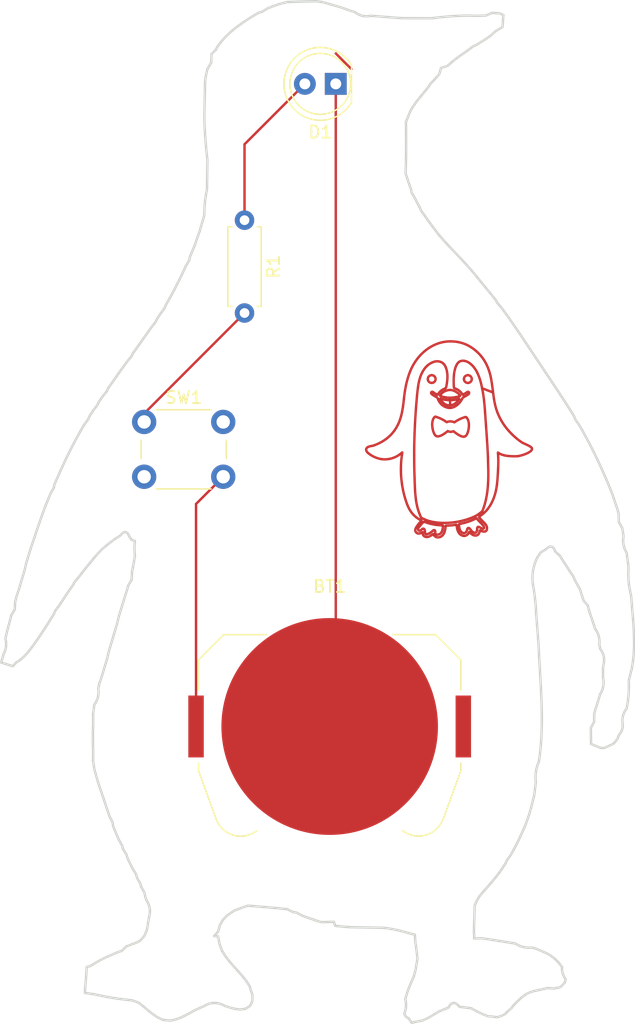
<source format=kicad_pcb>
(kicad_pcb (version 20241229) (generator "pcbnew") (generator_version "9.0")
  (layers (0 "F.Cu" signal) (2 "B.Cu" signal) (13 "F.Paste" user) (15 "B.Paste" user) (5 "F.SilkS" user "F.Silkscreen") (7 "B.SilkS" user "B.Silkscreen") (1 "F.Mask" user) (3 "B.Mask" user) (25 "Edge.Cuts" user))
  (net 0 "")
  (net 1 "Net-(BT1--)")
  (net 2 "Net-(BT1-+)")
  (net 3 "Net-(D1-A)")
  (net 4 "Net-(R1-Pad2)")
  (footprint "LED_THT:LED_D5.0mm" (layer "F.Cu") (at 120 72.5 180)
    (property "Reference" "D1")
    (property "Value" "LED")
  )
  (footprint "Resistor_THT:R_Axial_DIN0207_L6.3mm_D2.5mm_P7.62mm_Horizontal" (layer "F.Cu") (at 112.5 83.69 -90)
    (property "Reference" "R1")
    (property "Value" "R")
  )
  (footprint "Button_Switch_THT:SW_PUSH_6mm" (layer "F.Cu") (at 104.25 100.25)
    (property "Reference" "SW1")
    (property "Value" "SW_Push")
  )
  (footprint "Battery:BatteryHolder_Keystone_3034_1x20mm" (layer "F.Cu") (at 119.5 125.25)
    (property "Reference" "BT1")
    (property "Value" "Battery_Cell")
  )
  (gr_curve (pts (xy 127.351374 109.391522) (xy 127.3246 109.327264) (xy 127.346018 109.252298) (xy 127.3246 109.188042)) (stroke (width 0.2)) (layer "F.Cu"))
  (gr_curve (pts (xy 133.33259 102.767736) (xy 133.418274 102.821282) (xy 133.498592 102.869474) (xy 133.584266 102.906956)) (stroke (width 0.2)) (layer "F.Cu"))
  (gr_curve (pts (xy 132.722154 96.486648) (xy 132.545452 95.720922) (xy 132.208102 95.046226) (xy 131.624438 94.5054)) (stroke (width 0.2)) (layer "F.Cu"))
  (gr_curve (pts (xy 132.00463 107.613756) (xy 131.704766 107.881492) (xy 131.35671 108.058196) (xy 130.98188 108.186712)) (stroke (width 0.2)) (layer "F.Cu"))
  (gr_curve (pts (xy 127.3246 108.465154) (xy 127.769042 108.636506) (xy 128.229548 108.716826) (xy 128.700764 108.738244)) (stroke (width 0.2)) (layer "F.Cu"))
  (gr_curve (pts (xy 130.731648 99.870018) (xy 130.709714 99.849502) (xy 130.678522 99.841658) (xy 130.650012 99.849736)) (stroke (width 0.2)) (layer "F.Cu"))
  (gr_line (start 125.466518 102.762382) (end 125.461164 102.826638) (stroke (width 0.2)) (layer "F.Cu"))
  (gr_curve (pts (xy 131.179998 96.732964) (xy 131.179998 96.90967) (xy 131.03542 97.048892) (xy 130.858714 97.048892)) (stroke (width 0.2)) (layer "F.Cu"))
  (gr_curve (pts (xy 128.004656 109.450426) (xy 128.127812 109.712808) (xy 128.374124 109.798482) (xy 128.631156 109.66997)) (stroke (width 0.2)) (layer "F.Cu"))
  (gr_curve (pts (xy 126.789128 108.957788) (xy 126.906932 108.797148) (xy 127.03009 108.64186) (xy 127.169314 108.497282)) (stroke (width 0.2)) (layer "F.Cu"))
  (gr_curve (pts (xy 126.478562 104.856072) (xy 126.45178 104.245636) (xy 126.446424 103.629844) (xy 126.446424 103.014052)) (stroke (width 0.2)) (layer "F.Cu"))
  (gr_curve (pts (xy 129.070244 108.765022) (xy 129.348684 108.754312) (xy 129.62178 108.738248) (xy 129.894864 108.690056)) (stroke (width 0.2)) (layer "F.Cu"))
  (gr_curve (pts (xy 129.943062 95.54957) (xy 130.08764 95.28719) (xy 130.291118 95.190804) (xy 130.585628 95.238996)) (stroke (width 0.2)) (layer "F.Cu"))
  (gr_curve (pts (xy 122.757032 102.880184) (xy 123.019408 103.083664) (xy 123.421014 103.255016) (xy 123.75301 103.303208)) (stroke (width 0.2)) (layer "F.Cu"))
  (gr_curve (pts (xy 129.894864 108.690056) (xy 129.932346 108.684702) (xy 129.9377 108.70612) (xy 129.9377 108.732894)) (stroke (width 0.2)) (layer "F.Cu"))
  (gr_curve (pts (xy 126.109084 96.117174) (xy 125.809224 96.856126) (xy 125.67535 97.637914) (xy 125.59503 98.425058)) (stroke (width 0.2)) (layer "F.Cu"))
  (gr_line (start 132.507976 103.121146) (end 132.540104 104.309894) (stroke (width 0.2)) (layer "F.Cu"))
  (gr_curve (pts (xy 128.4598 95.281834) (xy 128.7436 95.319316) (xy 128.925662 95.490668) (xy 129.032756 95.74234)) (stroke (width 0.2)) (layer "F.Cu"))
  (gr_curve (pts (xy 128.615086 98.130546) (xy 128.57225 98.114482) (xy 128.561538 98.098418) (xy 128.588312 98.060936)) (stroke (width 0.2)) (layer "F.Cu"))
  (gr_line (start 128.700764 108.738244) (end 128.732892 108.738244) (stroke (width 0.2)) (layer "F.Cu"))
  (gr_curve (pts (xy 129.027408 108.813212) (xy 129.027408 108.781084) (xy 129.032762 108.765022) (xy 129.070244 108.765022)) (stroke (width 0.2)) (layer "F.Cu"))
  (gr_curve (pts (xy 126.869456 107.758332) (xy 126.708814 107.340664) (xy 126.617784 106.912288) (xy 126.569592 106.467844)) (stroke (width 0.2)) (layer "F.Cu"))
  (gr_curve (pts (xy 129.204916 101.002448) (xy 129.278414 101.038972) (xy 129.361908 101.05885) (xy 129.448128 101.059494)) (stroke (width 0.2)) (layer "F.Cu"))
  (gr_curve (pts (xy 125.429036 102.778446) (xy 125.439746 102.767736) (xy 125.4451 102.751672) (xy 125.466518 102.762382)) (stroke (width 0.2)) (layer "F.Cu"))
  (gr_curve (pts (xy 130.537432 96.732964) (xy 130.537432 96.556258) (xy 130.676654 96.41168) (xy 130.858714 96.41168)) (stroke (width 0.2)) (layer "F.Cu"))
  (gr_curve (pts (xy 130.735554 109.252304) (xy 130.64988 109.386172) (xy 130.532074 109.418302) (xy 130.398208 109.33798)) (stroke (width 0.2)) (layer "F.Cu"))
  (gr_curve (pts (xy 130.928754 100.76898) (xy 130.981314 100.370596) (xy 130.907706 100.034538) (xy 130.731648 99.870018)) (stroke (width 0.2)) (layer "F.Cu"))
  (gr_curve (pts (xy 131.046126 109.354038) (xy 131.121092 109.429002) (xy 131.20142 109.493262) (xy 131.297804 109.5361)) (stroke (width 0.2)) (layer "F.Cu"))
  (gr_curve (pts (xy 131.64051 96.224264) (xy 131.833278 96.625868) (xy 131.94573 97.054246) (xy 132.031404 97.487978)) (stroke (width 0.2)) (layer "F.Cu"))
  (gr_curve (pts (xy 127.169312 96.074332) (xy 127.356728 95.753048) (xy 127.6084 95.501376) (xy 127.956456 95.3568)) (stroke (width 0.2)) (layer "F.Cu"))
  (gr_curve (pts (xy 130.178666 108.625802) (xy 130.48924 108.5669) (xy 130.799812 108.481224) (xy 131.094322 108.368776)) (stroke (width 0.2)) (layer "F.Cu"))
  (gr_curve (pts (xy 131.624438 94.5054) (xy 130.992584 93.921736) (xy 130.253626 93.627228) (xy 129.391524 93.637936)) (stroke (width 0.2)) (layer "F.Cu"))
  (gr_curve (pts (xy 125.423682 105.214846) (xy 125.504002 105.841346) (xy 125.65393 106.457136) (xy 125.878834 107.04616)) (stroke (width 0.2)) (layer "F.Cu"))
  (gr_curve (pts (xy 127.897558 97.97526) (xy 128.015362 98.06629) (xy 128.143876 98.141256) (xy 128.277744 98.205512)) (stroke (width 0.2)) (layer "F.Cu"))
  (gr_curve (pts (xy 131.297804 109.5361) (xy 131.554826 109.648548) (xy 131.774366 109.530746) (xy 131.822566 109.25765)) (stroke (width 0.2)) (layer "F.Cu"))
  (gr_curve (pts (xy 129.396876 98.890916) (xy 129.150558 98.91769) (xy 128.957788 98.80524) (xy 128.791792 98.63389)) (stroke (width 0.2)) (layer "F.Cu"))
  (gr_curve (pts (xy 128.593668 98.33938) (xy 129.113076 98.500022) (xy 129.621774 98.505376) (xy 130.151892 98.355444)) (stroke (width 0.2)) (layer "F.Cu"))
  (gr_curve (pts (xy 130.023376 97.87352) (xy 130.098344 97.927068) (xy 130.157244 97.996678) (xy 130.205438 98.071646)) (stroke (width 0.2)) (layer "F.Cu"))
  (gr_curve (pts (xy 130.151892 98.355444) (xy 129.959124 98.639244) (xy 129.744932 98.858788) (xy 129.396876 98.890916)) (stroke (width 0.2)) (layer "F.Cu"))
  (gr_curve (pts (xy 130.901556 97.980612) (xy 130.93904 97.953838) (xy 130.965814 97.916354) (xy 130.960458 97.868162)) (stroke (width 0.2)) (layer "F.Cu"))
  (gr_line (start 127.860072 109.552164) (end 128.004656 109.450426) (stroke (width 0.2)) (layer "F.Cu"))
  (gr_curve (pts (xy 129.032756 95.74234) (xy 129.15056 96.020786) (xy 129.188042 96.32065) (xy 129.177334 96.620514)) (stroke (width 0.2)) (layer "F.Cu"))
  (gr_curve (pts (xy 126.944412 109.391524) (xy 127.008678 109.370106) (xy 127.067578 109.332624) (xy 127.137188 109.300492)) (stroke (width 0.2)) (layer "F.Cu"))
  (gr_curve (pts (xy 130.858714 96.41168) (xy 131.035422 96.41168) (xy 131.179998 96.556258) (xy 131.179998 96.732964)) (stroke (width 0.2)) (layer "F.Cu"))
  (gr_curve (pts (xy 126.585654 108.952436) (xy 126.537462 109.043466) (xy 126.510688 109.134498) (xy 126.553526 109.236236)) (stroke (width 0.2)) (layer "F.Cu"))
  (gr_curve (pts (xy 128.342 98.012742) (xy 128.224196 97.95384) (xy 128.111748 97.88423) (xy 128.010006 97.809264)) (stroke (width 0.2)) (layer "F.Cu"))
  (gr_curve (pts (xy 136.106342 102.382196) (xy 136.009958 102.221558) (xy 135.447714 102.034142) (xy 135.276356 101.916334)) (stroke (width 0.2)) (layer "F.Cu"))
  (gr_curve (pts (xy 131.5816 109.246948) (xy 131.549474 109.343332) (xy 131.47986 109.375462) (xy 131.383474 109.343332)) (stroke (width 0.2)) (layer "F.Cu"))
  (gr_curve (pts (xy 132.06888 108.395542) (xy 131.972498 108.29916) (xy 131.870748 108.202776) (xy 131.80114 108.08497)) (stroke (width 0.2)) (layer "F.Cu"))
  (gr_curve (pts (xy 130.815876 109.038116) (xy 130.799812 109.113082) (xy 130.773038 109.188048) (xy 130.735554 109.252304)) (stroke (width 0.2)) (layer "F.Cu"))
  (gr_curve (pts (xy 127.56556 96.732964) (xy 127.56556 96.556258) (xy 127.704784 96.41168) (xy 127.886844 96.41168)) (stroke (width 0.2)) (layer "F.Cu"))
  (gr_curve (pts (xy 128.122452 109.139852) (xy 128.084968 109.118434) (xy 128.047486 109.129142) (xy 128.015358 109.155916)) (stroke (width 0.2)) (layer "F.Cu"))
  (gr_curve (pts (xy 129.19875 97.648622) (xy 129.514678 97.573656) (xy 129.777058 97.691458) (xy 130.023376 97.87352)) (stroke (width 0.2)) (layer "F.Cu"))
  (gr_line (start 132.267014 99.378194) (end 132.400882 101.28983) (stroke (width 0.2)) (layer "F.Cu"))
  (gr_curve (pts (xy 126.97655 108.026068) (xy 126.955132 107.935038) (xy 126.901584 107.849362) (xy 126.869456 107.758332)) (stroke (width 0.2)) (layer "F.Cu"))
  (gr_curve (pts (xy 127.099708 108.154582) (xy 127.040806 108.127808) (xy 126.99797 108.101034) (xy 126.97655 108.026068)) (stroke (width 0.2)) (layer "F.Cu"))
  (gr_curve (pts (xy 130.414276 98.002032) (xy 130.275054 97.73965) (xy 130.0448 97.589718) (xy 129.77171 97.487978)) (stroke (width 0.2)) (layer "F.Cu"))
  (gr_curve (pts (xy 129.448128 101.059494) (xy 129.528622 101.06001) (xy 129.605778 101.043776) (xy 129.67369 101.012728)) (stroke (width 0.2)) (layer "F.Cu"))
  (gr_line (start 131.137158 109.166628) (end 131.00329 109.00063) (stroke (width 0.2)) (layer "F.Cu"))
  (gr_curve (pts (xy 128.202772 96.727608) (xy 128.208126 96.904316) (xy 128.06355 97.048892) (xy 127.886844 97.048892)) (stroke (width 0.2)) (layer "F.Cu"))
  (gr_curve (pts (xy 129.177334 96.620514) (xy 129.171978 96.88825) (xy 129.129142 97.15063) (xy 129.07024 97.413012)) (stroke (width 0.2)) (layer "F.Cu"))
  (gr_curve (pts (xy 127.785106 109.337976) (xy 127.694076 109.412942) (xy 127.581626 109.44507) (xy 127.469178 109.471844)) (stroke (width 0.2)) (layer "F.Cu"))
  (gr_curve (pts (xy 127.48524 109.696742) (xy 127.62447 109.696742) (xy 127.747626 109.627128) (xy 127.860072 109.552164)) (stroke (width 0.2)) (layer "F.Cu"))
  (gr_curve (pts (xy 130.184018 98.135904) (xy 129.926992 98.216222) (xy 129.664612 98.25906) (xy 129.396876 98.264414)) (stroke (width 0.2)) (layer "F.Cu"))
  (gr_curve (pts (xy 130.157246 108.947086) (xy 130.141182 108.86141) (xy 130.135826 108.775734) (xy 130.125118 108.695412)) (stroke (width 0.2)) (layer "F.Cu"))
  (gr_curve (pts (xy 130.80517 97.798552) (xy 130.698076 97.873518) (xy 130.585628 97.948484) (xy 130.467824 98.007386)) (stroke (width 0.2)) (layer "F.Cu"))
  (gr_curve (pts (xy 132.341964 108.70076) (xy 132.267 108.582958) (xy 132.165262 108.491924) (xy 132.06888 108.395542)) (stroke (width 0.2)) (layer "F.Cu"))
  (gr_curve (pts (xy 133.236206 105.493286) (xy 133.300462 105.043488) (xy 133.316526 104.588336) (xy 133.3433 104.133188)) (stroke (width 0.2)) (layer "F.Cu"))
  (gr_curve (pts (xy 128.588312 98.060936) (xy 128.73289 97.836038) (xy 128.94708 97.707524) (xy 129.19875 97.648622)) (stroke (width 0.2)) (layer "F.Cu"))
  (gr_curve (pts (xy 128.277744 98.205512) (xy 128.325936 98.22693) (xy 128.35271 98.25906) (xy 128.374128 98.312606)) (stroke (width 0.2)) (layer "F.Cu"))
  (gr_curve (pts (xy 126.810548 108.213486) (xy 126.885512 108.261676) (xy 126.965842 108.304518) (xy 127.04616 108.35271)) (stroke (width 0.2)) (layer "F.Cu"))
  (gr_curve (pts (xy 130.997942 95.421056) (xy 131.287098 95.62989) (xy 131.485222 95.908336) (xy 131.64051 96.224264)) (stroke (width 0.2)) (layer "F.Cu"))
  (gr_curve (pts (xy 128.210144 99.822412) (xy 128.181304 99.81385) (xy 128.15045 99.821234) (xy 128.128788 99.84152)) (stroke (width 0.2)) (layer "F.Cu"))
  (gr_curve (pts (xy 131.624436 109.00063) (xy 131.619084 109.086306) (xy 131.613726 109.166628) (xy 131.5816 109.246948)) (stroke (width 0.2)) (layer "F.Cu"))
  (gr_curve (pts (xy 129.750492 100.28104) (xy 129.663434 100.234406) (xy 129.548128 100.207924) (xy 129.422806 100.207008)) (stroke (width 0.2)) (layer "F.Cu"))
  (gr_curve (pts (xy 131.094322 108.368776) (xy 131.244254 108.309874) (xy 131.394186 108.245618) (xy 131.53341 108.165296)) (stroke (width 0.2)) (layer "F.Cu"))
  (gr_curve (pts (xy 127.04616 108.35271) (xy 126.992614 108.41161) (xy 126.939068 108.465156) (xy 126.890876 108.524058)) (stroke (width 0.2)) (layer "F.Cu"))
  (gr_curve (pts (xy 130.467824 98.007386) (xy 130.45176 98.018096) (xy 130.435696 98.039514) (xy 130.414276 98.002032)) (stroke (width 0.2)) (layer "F.Cu"))
  (gr_curve (pts (xy 127.469178 109.471844) (xy 127.410276 109.482554) (xy 127.372794 109.45578) (xy 127.351374 109.391522)) (stroke (width 0.2)) (layer "F.Cu"))
  (gr_curve (pts (xy 132.465136 105.910954) (xy 132.395524 106.4732) (xy 132.272366 107.024736) (xy 132.058178 107.554854)) (stroke (width 0.2)) (layer "F.Cu"))
  (gr_curve (pts (xy 125.461164 102.826638) (xy 125.3862 103.255016) (xy 125.354072 103.688752) (xy 125.354072 104.127834)) (stroke (width 0.2)) (layer "F.Cu"))
  (gr_curve (pts (xy 125.59503 98.425058) (xy 125.546838 98.874856) (xy 125.487938 99.319294) (xy 125.37549 99.753028)) (stroke (width 0.2)) (layer "F.Cu"))
  (gr_curve (pts (xy 132.058178 107.554854) (xy 132.047468 107.581628) (xy 132.026052 107.59769) (xy 132.00463 107.613756)) (stroke (width 0.2)) (layer "F.Cu"))
  (gr_curve (pts (xy 128.813212 108.813214) (xy 128.797148 108.995274) (xy 128.775728 109.166626) (xy 128.684698 109.316558)) (stroke (width 0.2)) (layer "F.Cu"))
  (gr_curve (pts (xy 128.170644 109.305848) (xy 128.175998 109.28443) (xy 128.181354 109.263012) (xy 128.181354 109.241592)) (stroke (width 0.2)) (layer "F.Cu"))
  (gr_curve (pts (xy 127.779744 94.103798) (xy 127.024734 94.55359) (xy 126.435716 95.287188) (xy 126.109084 96.117174)) (stroke (width 0.2)) (layer "F.Cu"))
  (gr_curve (pts (xy 126.62313 98.746338) (xy 126.660614 98.301898) (xy 126.69274 97.857454) (xy 126.756998 97.418368)) (stroke (width 0.2)) (layer "F.Cu"))
  (gr_curve (pts (xy 129.118108 100.266932) (xy 128.838158 100.067772) (xy 128.527162 99.914626) (xy 128.210144 99.822412)) (stroke (width 0.2)) (layer "F.Cu"))
  (gr_curve (pts (xy 130.414276 98.30725) (xy 130.435696 98.264412) (xy 130.46247 98.23764) (xy 130.505306 98.21622)) (stroke (width 0.2)) (layer "F.Cu"))
  (gr_curve (pts (xy 132.400882 101.28983) (xy 132.443718 101.900268) (xy 132.486556 102.510706) (xy 132.507976 103.121146)) (stroke (width 0.2)) (layer "F.Cu"))
  (gr_curve (pts (xy 132.031404 97.487978) (xy 132.159918 98.109126) (xy 132.224172 98.740982) (xy 132.267014 99.378194)) (stroke (width 0.2)) (layer "F.Cu"))
  (gr_curve (pts (xy 132.930994 97.830682) (xy 132.872082 97.380884) (xy 132.823902 96.931086) (xy 132.722154 96.486648)) (stroke (width 0.2)) (layer "F.Cu"))
  (gr_curve (pts (xy 127.956456 95.3568) (xy 128.117098 95.287188) (xy 128.283094 95.25506) (xy 128.4598 95.281834)) (stroke (width 0.2)) (layer "F.Cu"))
  (gr_curve (pts (xy 127.137188 109.300492) (xy 127.142542 109.332624) (xy 127.147898 109.359398) (xy 127.147898 109.38617)) (stroke (width 0.2)) (layer "F.Cu"))
  (gr_curve (pts (xy 129.67369 101.012728) (xy 129.927554 101.221152) (xy 130.271168 101.462168) (xy 130.504668 101.463806)) (stroke (width 0.2)) (layer "F.Cu"))
  (gr_curve (pts (xy 129.77171 97.487978) (xy 129.723518 97.471914) (xy 129.707452 97.44514) (xy 129.707452 97.396948)) (stroke (width 0.2)) (layer "F.Cu"))
  (gr_curve (pts (xy 128.181354 109.241592) (xy 128.181354 109.198756) (xy 128.159936 109.16127) (xy 128.122452 109.139852)) (stroke (width 0.2)) (layer "F.Cu"))
  (gr_curve (pts (xy 126.478552 101.161318) (xy 126.51068 100.352754) (xy 126.553518 99.549546) (xy 126.62313 98.746338)) (stroke (width 0.2)) (layer "F.Cu"))
  (gr_curve (pts (xy 129.391524 93.637936) (xy 128.80786 93.64329) (xy 128.26168 93.814638) (xy 127.779744 94.103798)) (stroke (width 0.2)) (layer "F.Cu"))
  (gr_curve (pts (xy 131.00329 109.00063) (xy 130.976516 108.963146) (xy 130.939034 108.947082) (xy 130.896196 108.957794)) (stroke (width 0.2)) (layer "F.Cu"))
  (gr_curve (pts (xy 127.110412 109.043466) (xy 127.06222 109.08095) (xy 127.019382 109.123788) (xy 126.965834 109.15056)) (stroke (width 0.2)) (layer "F.Cu"))
  (gr_curve (pts (xy 135.276356 101.916334) (xy 135.008626 101.734276) (xy 134.75695 101.530796) (xy 134.5267 101.305898)) (stroke (width 0.2)) (layer "F.Cu"))
  (gr_curve (pts (xy 131.897534 108.513352) (xy 131.967144 108.588318) (xy 132.047466 108.663284) (xy 132.10637 108.74896)) (stroke (width 0.2)) (layer "F.Cu"))
  (gr_curve (pts (xy 130.896196 108.957794) (xy 130.85336 108.968504) (xy 130.826586 108.995278) (xy 130.815876 109.038116)) (stroke (width 0.2)) (layer "F.Cu"))
  (gr_curve (pts (xy 133.851996 102.99263) (xy 134.200056 103.0676) (xy 134.55347 103.078308) (xy 134.906876 103.0676)) (stroke (width 0.2)) (layer "F.Cu"))
  (gr_curve (pts (xy 128.010006 97.809264) (xy 127.940396 97.761072) (xy 127.897556 97.761072) (xy 127.860074 97.809264)) (stroke (width 0.2)) (layer "F.Cu"))
  (gr_curve (pts (xy 130.98188 108.186712) (xy 130.221508 108.454448) (xy 129.434366 108.572252) (xy 128.631158 108.534768)) (stroke (width 0.2)) (layer "F.Cu"))
  (gr_curve (pts (xy 130.976516 109.284428) (xy 131.003288 109.305846) (xy 131.024706 109.33262) (xy 131.046126 109.354038)) (stroke (width 0.2)) (layer "F.Cu"))
  (gr_curve (pts (xy 127.3246 109.188042) (xy 127.31389 109.155914) (xy 127.308536 109.118432) (xy 127.292472 109.086302)) (stroke (width 0.2)) (layer "F.Cu"))
  (gr_curve (pts (xy 132.529388 107.346018) (xy 132.936348 106.794482) (xy 133.139824 106.162624) (xy 133.236206 105.493286)) (stroke (width 0.2)) (layer "F.Cu"))
  (gr_curve (pts (xy 128.390192 98.002032) (xy 128.374128 98.028806) (xy 128.363418 98.028806) (xy 128.342 98.012742)) (stroke (width 0.2)) (layer "F.Cu"))
  (gr_curve (pts (xy 125.354072 104.127834) (xy 125.354072 104.491958) (xy 125.37549 104.856078) (xy 125.423682 105.214846)) (stroke (width 0.2)) (layer "F.Cu"))
  (gr_curve (pts (xy 131.608378 108.186714) (xy 131.677988 108.315228) (xy 131.795792 108.406258) (xy 131.897534 108.513352)) (stroke (width 0.2)) (layer "F.Cu"))
  (gr_curve (pts (xy 130.504668 101.463806) (xy 130.551738 101.464124) (xy 130.59405 101.455052) (xy 130.630458 101.436648)) (stroke (width 0.2)) (layer "F.Cu"))
  (gr_curve (pts (xy 130.858714 97.048892) (xy 130.68201 97.048892) (xy 130.537432 96.909668) (xy 130.537432 96.732964)) (stroke (width 0.2)) (layer "F.Cu"))
  (gr_curve (pts (xy 129.21482 99.083686) (xy 129.439718 99.131878) (xy 129.648552 99.072976) (xy 129.841322 98.955172)) (stroke (width 0.2)) (layer "F.Cu"))
  (gr_curve (pts (xy 126.553526 109.236236) (xy 126.623136 109.391524) (xy 126.762356 109.450426) (xy 126.944412 109.391524)) (stroke (width 0.2)) (layer "F.Cu"))
  (gr_curve (pts (xy 128.684698 109.316558) (xy 128.599022 109.450426) (xy 128.481218 109.509328) (xy 128.32593 109.498618)) (stroke (width 0.2)) (layer "F.Cu"))
  (gr_curve (pts (xy 131.80114 108.08497) (xy 131.774366 108.047488) (xy 131.77972 108.031424) (xy 131.817204 108.00465)) (stroke (width 0.2)) (layer "F.Cu"))
  (gr_curve (pts (xy 130.275052 109.514682) (xy 130.521364 109.675326) (xy 130.77304 109.621774) (xy 130.92297 109.375462)) (stroke (width 0.2)) (layer "F.Cu"))
  (gr_curve (pts (xy 127.147898 109.38617) (xy 127.142544 109.595) (xy 127.313892 109.696742) (xy 127.48524 109.696742)) (stroke (width 0.2)) (layer "F.Cu"))
  (gr_curve (pts (xy 125.878834 107.04616) (xy 126.066246 107.533436) (xy 126.36075 107.93504) (xy 126.810548 108.213486)) (stroke (width 0.2)) (layer "F.Cu"))
  (gr_curve (pts (xy 123.75301 103.303208) (xy 124.358092 103.388882) (xy 124.979238 103.185406) (xy 125.429036 102.778446)) (stroke (width 0.2)) (layer "F.Cu"))
  (gr_curve (pts (xy 128.791792 98.63389) (xy 128.71147 98.55357) (xy 128.64186 98.457184) (xy 128.593668 98.33938)) (stroke (width 0.2)) (layer "F.Cu"))
  (gr_curve (pts (xy 128.92566 109.32191) (xy 128.989926 109.155912) (xy 129.016698 108.984564) (xy 129.027408 108.813212)) (stroke (width 0.2)) (layer "F.Cu"))
  (gr_curve (pts (xy 130.585628 95.238996) (xy 130.73556 95.26577) (xy 130.874784 95.330026) (xy 130.997942 95.421056)) (stroke (width 0.2)) (layer "F.Cu"))
  (gr_curve (pts (xy 131.383474 109.343332) (xy 131.281734 109.311204) (xy 131.201412 109.246948) (xy 131.137158 109.166628)) (stroke (width 0.2)) (layer "F.Cu"))
  (gr_curve (pts (xy 128.385844 101.438794) (xy 128.61828 101.440464) (xy 128.955316 101.206652) (xy 129.204916 101.002448)) (stroke (width 0.2)) (layer "F.Cu"))
  (gr_curve (pts (xy 127.860074 97.809264) (xy 127.82259 97.862812) (xy 127.8333 97.932422) (xy 127.897558 97.97526)) (stroke (width 0.2)) (layer "F.Cu"))
  (gr_curve (pts (xy 129.422806 100.207008) (xy 129.306476 100.206168) (xy 129.200196 100.227492) (xy 129.118108 100.266932)) (stroke (width 0.2)) (layer "F.Cu"))
  (gr_curve (pts (xy 126.805192 109.155914) (xy 126.757 109.107722) (xy 126.74629 109.011336) (xy 126.789128 108.957788)) (stroke (width 0.2)) (layer "F.Cu"))
  (gr_curve (pts (xy 126.756998 97.418368) (xy 126.821256 96.947152) (xy 126.922994 96.486646) (xy 127.169312 96.074332)) (stroke (width 0.2)) (layer "F.Cu"))
  (gr_curve (pts (xy 131.53341 108.165296) (xy 131.570892 108.143878) (xy 131.586956 108.149232) (xy 131.608378 108.186714)) (stroke (width 0.2)) (layer "F.Cu"))
  (gr_curve (pts (xy 125.37549 99.753028) (xy 125.059558 100.957842) (xy 124.304536 101.755694) (xy 123.13721 102.178718)) (stroke (width 0.2)) (layer "F.Cu"))
  (gr_curve (pts (xy 128.128788 99.84152) (xy 127.95585 100.003568) (xy 127.888446 100.3387) (xy 127.948606 100.737926)) (stroke (width 0.2)) (layer "F.Cu"))
  (gr_curve (pts (xy 130.001956 109.102366) (xy 130.050148 109.268364) (xy 130.125122 109.418298) (xy 130.275052 109.514682)) (stroke (width 0.2)) (layer "F.Cu"))
  (gr_line (start 131.822566 109.25765) (end 131.827912 109.18804) (stroke (width 0.2)) (layer "F.Cu"))
  (gr_curve (pts (xy 128.732892 108.738244) (xy 128.797146 108.738248) (xy 128.839984 108.748958) (xy 128.813212 108.813214)) (stroke (width 0.2)) (layer "F.Cu"))
  (gr_curve (pts (xy 129.396876 98.264414) (xy 129.12914 98.264414) (xy 128.872114 98.216222) (xy 128.615086 98.130546)) (stroke (width 0.2)) (layer "F.Cu"))
  (gr_curve (pts (xy 126.965834 109.15056) (xy 126.912288 109.177334) (xy 126.85874 109.204108) (xy 126.805192 109.155914)) (stroke (width 0.2)) (layer "F.Cu"))
  (gr_curve (pts (xy 133.3433 104.133188) (xy 133.359364 103.806552) (xy 133.370072 103.485264) (xy 133.354018 103.158628)) (stroke (width 0.2)) (layer "F.Cu"))
  (gr_curve (pts (xy 127.886844 97.048892) (xy 127.710138 97.048892) (xy 127.56556 96.909668) (xy 127.56556 96.732964)) (stroke (width 0.2)) (layer "F.Cu"))
  (gr_curve (pts (xy 128.631158 108.534768) (xy 128.19207 108.51335) (xy 127.758338 108.438384) (xy 127.35138 108.272388)) (stroke (width 0.2)) (layer "F.Cu"))
  (gr_curve (pts (xy 122.5 102.5) (xy 122.478582 102.665998) (xy 122.63922 102.79451) (xy 122.757032 102.880184)) (stroke (width 0.2)) (layer "F.Cu"))
  (gr_curve (pts (xy 130.398208 109.33798) (xy 130.248276 109.252304) (xy 130.189372 109.107728) (xy 130.157246 108.947086)) (stroke (width 0.2)) (layer "F.Cu"))
  (gr_curve (pts (xy 130.505306 98.21622) (xy 130.644528 98.151962) (xy 130.778396 98.071642) (xy 130.901556 97.980612)) (stroke (width 0.2)) (layer "F.Cu"))
  (gr_curve (pts (xy 134.906876 103.0676) (xy 135.158554 103.056892) (xy 136.309818 102.7249) (xy 136.106342 102.382196)) (stroke (width 0.2)) (layer "F.Cu"))
  (gr_curve (pts (xy 133.289762 99.47458) (xy 133.080922 98.944464) (xy 133.000604 98.387574) (xy 132.930994 97.830682)) (stroke (width 0.2)) (layer "F.Cu"))
  (gr_curve (pts (xy 132.202744 109.2523) (xy 132.315192 109.2523) (xy 132.390166 109.193394) (xy 132.416938 109.086302)) (stroke (width 0.2)) (layer "F.Cu"))
  (gr_curve (pts (xy 130.205438 98.071646) (xy 130.226858 98.103774) (xy 130.221502 98.119838) (xy 130.184018 98.135904)) (stroke (width 0.2)) (layer "F.Cu"))
  (gr_line (start 127.35138 108.272388) (end 127.099708 108.154582) (stroke (width 0.2)) (layer "F.Cu"))
  (gr_curve (pts (xy 132.063524 109.016694) (xy 131.97785 108.98992) (xy 131.902882 108.941728) (xy 131.822562 108.893536)) (stroke (width 0.2)) (layer "F.Cu"))
  (gr_curve (pts (xy 132.540104 104.309894) (xy 132.545456 104.845366) (xy 132.529394 105.380838) (xy 132.465136 105.910954)) (stroke (width 0.2)) (layer "F.Cu"))
  (gr_curve (pts (xy 129.707452 97.396948) (xy 129.691388 97.08102) (xy 129.680678 96.759736) (xy 129.707452 96.443808)) (stroke (width 0.2)) (layer "F.Cu"))
  (gr_curve (pts (xy 130.650012 99.849736) (xy 130.334716 99.937306) (xy 130.026684 100.08593) (xy 129.750492 100.28104)) (stroke (width 0.2)) (layer "F.Cu"))
  (gr_curve (pts (xy 126.890876 108.524058) (xy 126.77842 108.657928) (xy 126.671328 108.797154) (xy 126.585654 108.952436)) (stroke (width 0.2)) (layer "F.Cu"))
  (gr_curve (pts (xy 131.881468 109.161268) (xy 131.983206 109.209464) (xy 132.084944 109.2523) (xy 132.202744 109.2523)) (stroke (width 0.2)) (layer "F.Cu"))
  (gr_curve (pts (xy 123.13721 102.178718) (xy 122.939088 102.248328) (xy 122.537482 102.232264) (xy 122.5 102.5)) (stroke (width 0.2)) (layer "F.Cu"))
  (gr_curve (pts (xy 130.125118 108.695412) (xy 130.119764 108.64722) (xy 130.135828 108.63651) (xy 130.178666 108.625802)) (stroke (width 0.2)) (layer "F.Cu"))
  (gr_curve (pts (xy 129.841322 98.955172) (xy 130.09835 98.799886) (xy 130.280408 98.574988) (xy 130.414276 98.30725)) (stroke (width 0.2)) (layer "F.Cu"))
  (gr_curve (pts (xy 132.416938 109.086302) (xy 132.45442 108.947082) (xy 132.422294 108.818566) (xy 132.341964 108.70076)) (stroke (width 0.2)) (layer "F.Cu"))
  (gr_curve (pts (xy 128.259392 101.40971) (xy 128.296172 101.428702) (xy 128.338716 101.438432) (xy 128.385844 101.438794)) (stroke (width 0.2)) (layer "F.Cu"))
  (gr_curve (pts (xy 133.354018 103.158628) (xy 133.348654 103.030112) (xy 133.3433 102.901602) (xy 133.33259 102.767736)) (stroke (width 0.2)) (layer "F.Cu"))
  (gr_curve (pts (xy 131.827912 109.18804) (xy 131.827912 109.145204) (xy 131.843976 109.145204) (xy 131.881468 109.161268)) (stroke (width 0.2)) (layer "F.Cu"))
  (gr_curve (pts (xy 132.10637 108.74896) (xy 132.154556 108.79715) (xy 132.18133 108.856052) (xy 132.18133 108.925664)) (stroke (width 0.2)) (layer "F.Cu"))
  (gr_curve (pts (xy 126.569592 106.467844) (xy 126.505334 105.932372) (xy 126.494626 105.391546) (xy 126.478562 104.856072)) (stroke (width 0.2)) (layer "F.Cu"))
  (gr_curve (pts (xy 133.584266 102.906956) (xy 133.66994 102.944438) (xy 133.760968 102.971212) (xy 133.851996 102.99263)) (stroke (width 0.2)) (layer "F.Cu"))
  (gr_curve (pts (xy 127.169314 108.497282) (xy 127.217506 108.443736) (xy 127.25499 108.43838) (xy 127.3246 108.465154)) (stroke (width 0.2)) (layer "F.Cu"))
  (gr_curve (pts (xy 128.995274 97.498688) (xy 128.738248 97.600428) (xy 128.518704 97.75036) (xy 128.390192 98.002032)) (stroke (width 0.2)) (layer "F.Cu"))
  (gr_line (start 132.930994 97.830682) (end 132.031404 97.487978) (stroke (width 0.2)) (layer "F.Cu"))
  (gr_line (start 128.015358 109.155916) (end 127.785106 109.337976) (stroke (width 0.2)) (layer "F.Cu"))
  (gr_curve (pts (xy 127.948606 100.737926) (xy 127.987154 100.99391) (xy 128.091724 101.323524) (xy 128.259392 101.40971)) (stroke (width 0.2)) (layer "F.Cu"))
  (gr_curve (pts (xy 128.374128 98.312606) (xy 128.518706 98.719566) (xy 128.786442 98.992656) (xy 129.21482 99.083686)) (stroke (width 0.2)) (layer "F.Cu"))
  (gr_curve (pts (xy 131.822562 108.893536) (xy 131.704756 108.823926) (xy 131.635146 108.861408) (xy 131.624436 109.00063)) (stroke (width 0.2)) (layer "F.Cu"))
  (gr_curve (pts (xy 134.5267 101.305898) (xy 133.980518 100.781136) (xy 133.562848 100.176054) (xy 133.289762 99.47458)) (stroke (width 0.2)) (layer "F.Cu"))
  (gr_curve (pts (xy 127.886844 96.41168) (xy 128.063548 96.41168) (xy 128.202772 96.550904) (xy 128.202772 96.727608)) (stroke (width 0.2)) (layer "F.Cu"))
  (gr_curve (pts (xy 129.707452 96.443808) (xy 129.73958 96.133234) (xy 129.793128 95.828016) (xy 129.943062 95.54957)) (stroke (width 0.2)) (layer "F.Cu"))
  (gr_curve (pts (xy 129.07024 97.413012) (xy 129.05953 97.45585) (xy 129.038112 97.482622) (xy 128.995274 97.498688)) (stroke (width 0.2)) (layer "F.Cu"))
  (gr_line (start 129.396876 98.264414) (end 129.396876 98.890916) (stroke (width 0.2)) (layer "F.Cu"))
  (gr_curve (pts (xy 132.18133 108.925664) (xy 132.18133 109.01134) (xy 132.143846 109.038112) (xy 132.063524 109.016694)) (stroke (width 0.2)) (layer "F.Cu"))
  (gr_curve (pts (xy 126.446424 103.014052) (xy 126.44107 102.392904) (xy 126.457134 101.777112) (xy 126.478552 101.161318)) (stroke (width 0.2)) (layer "F.Cu"))
  (gr_curve (pts (xy 127.292472 109.086302) (xy 127.254988 109.000626) (xy 127.185378 108.984562) (xy 127.110412 109.043466)) (stroke (width 0.2)) (layer "F.Cu"))
  (gr_curve (pts (xy 129.9377 108.732894) (xy 129.94841 108.85605) (xy 129.964474 108.979212) (xy 130.001956 109.102366)) (stroke (width 0.2)) (layer "F.Cu"))
  (gr_curve (pts (xy 130.630458 101.436648) (xy 130.796574 101.35277) (xy 130.894986 101.0245) (xy 130.928754 100.76898)) (stroke (width 0.2)) (layer "F.Cu"))
  (gr_curve (pts (xy 130.92297 109.375462) (xy 130.944388 109.348688) (xy 130.960452 109.316556) (xy 130.976516 109.284428)) (stroke (width 0.2)) (layer "F.Cu"))
  (gr_curve (pts (xy 130.960458 97.868162) (xy 130.949748 97.782486) (xy 130.880136 97.745004) (xy 130.80517 97.798552)) (stroke (width 0.2)) (layer "F.Cu"))
  (gr_curve (pts (xy 131.817204 108.00465) (xy 132.0903 107.827942) (xy 132.331256 107.608398) (xy 132.529388 107.346018)) (stroke (width 0.2)) (layer "F.Cu"))
  (gr_curve (pts (xy 128.32593 109.498618) (xy 128.21348 109.493262) (xy 128.159934 109.418296) (xy 128.170644 109.305848)) (stroke (width 0.2)) (layer "F.Cu"))
  (gr_curve (pts (xy 128.631156 109.66997) (xy 128.781086 109.595) (xy 128.86676 109.471844) (xy 128.92566 109.32191)) (stroke (width 0.2)) (layer "F.Cu"))
  (gr_line (start 104.260001 142.460001) (end 104.480001 141.928001) (stroke (width 0.2)) (layer "Edge.Cuts"))
  (gr_line (start 136.740001 95.427999) (end 136.904001 95.675999) (stroke (width 0.2)) (layer "Edge.Cuts"))
  (gr_line (start 140.376001 114.936) (end 140.076001 114.008) (stroke (width 0.2)) (layer "Edge.Cuts"))
  (gr_line (start 95.532 118.028) (end 95.2 118.496) (stroke (width 0.2)) (layer "Edge.Cuts"))
  (gr_line (start 112.584001 148.424001) (end 112.104001 148.484001) (stroke (width 0.2)) (layer "Edge.Cuts"))
  (gr_line (start 134.632001 135.356001) (end 134.360001 135.832001) (stroke (width 0.2)) (layer "Edge.Cuts"))
  (gr_line (start 104.276001 138.900001) (end 104.004001 138.416001) (stroke (width 0.2)) (layer "Edge.Cuts"))
  (gr_line (start 135.892001 132.500001) (end 135.564001 133.412001) (stroke (width 0.2)) (layer "Edge.Cuts"))
  (gr_curve (pts (xy 142.004001 120.192) (xy 142.128001 119.712) (xy 142.040001 119.276) (xy 141.740001 118.888)) (stroke (width 0.2)) (layer "Edge.Cuts"))
  (gr_curve (pts (xy 103.052001 109.7) (xy 102.864001 109.196) (xy 102.604001 109.156) (xy 102.272001 109.592)) (stroke (width 0.2)) (layer "Edge.Cuts"))
  (gr_line (start 100.516001 98.619999) (end 100.832001 98.159999) (stroke (width 0.2)) (layer "Edge.Cuts"))
  (gr_line (start 136.080001 131.824001) (end 135.892001 132.500001) (stroke (width 0.2)) (layer "Edge.Cuts"))
  (gr_line (start 104.568001 148.552001) (end 104.212001 148.248001) (stroke (width 0.2)) (layer "Edge.Cuts"))
  (gr_line (start 130.368001 70.087998) (end 130.112001 70.267998) (stroke (width 0.2)) (layer "Edge.Cuts"))
  (gr_line (start 131.140001 148.380001) (end 130.500001 148.296001) (stroke (width 0.2)) (layer "Edge.Cuts"))
  (gr_line (start 138.304001 144.612001) (end 138.592001 144.984001) (stroke (width 0.2)) (layer "Edge.Cuts"))
  (gr_line (start 95.78 108.112) (end 96.104 107.228) (stroke (width 0.2)) (layer "Edge.Cuts"))
  (gr_curve (pts (xy 138.048001 110.904) (xy 137.888001 110.408) (xy 137.632001 110.344) (xy 137.268001 110.712)) (stroke (width 0.2)) (layer "Edge.Cuts"))
  (gr_line (start 96.820001 116.036) (end 96.508 116.532) (stroke (width 0.2)) (layer "Edge.Cuts"))
  (gr_line (start 99.524001 144.984001) (end 99.784001 144.936001) (stroke (width 0.2)) (layer "Edge.Cuts"))
  (gr_line (start 128.584001 71.451998) (end 128.500001 71.715998) (stroke (width 0.2)) (layer "Edge.Cuts"))
  (gr_line (start 112.104001 148.484001) (end 111.620001 148.412001) (stroke (width 0.2)) (layer "Edge.Cuts"))
  (gr_line (start 110.576001 69.039998) (end 110.932001 68.643998) (stroke (width 0.2)) (layer "Edge.Cuts"))
  (gr_line (start 100.876001 131.060001) (end 100.556001 130.124001) (stroke (width 0.2)) (layer "Edge.Cuts"))
  (gr_line (start 103.296001 136.912001) (end 102.884001 136.072001) (stroke (width 0.2)) (layer "Edge.Cuts"))
  (gr_curve (pts (xy 112.008001 145.376001) (xy 112.092001 145.476001) (xy 112.264001 145.672001) (xy 112.348001 145.768001)) (stroke (width 0.2)) (layer "Edge.Cuts"))
  (gr_line (start 101.444001 110.16) (end 101.236001 110.32) (stroke (width 0.2)) (layer "Edge.Cuts"))
  (gr_line (start 133.484001 66.715998) (end 133.776001 66.851998) (stroke (width 0.2)) (layer "Edge.Cuts"))
  (gr_line (start 103.628001 142.984001) (end 103.900001 142.852001) (stroke (width 0.2)) (layer "Edge.Cuts"))
  (gr_line (start 101.176001 97.731999) (end 101.300001 97.467999) (stroke (width 0.2)) (layer "Edge.Cuts"))
  (gr_line (start 140.788001 115.624) (end 140.716001 115.316) (stroke (width 0.2)) (layer "Edge.Cuts"))
  (gr_line (start 141.872001 104.131999) (end 142.000001 104.427999) (stroke (width 0.2)) (layer "Edge.Cuts"))
  (gr_line (start 109.768001 70.743998) (end 109.788001 70.043998) (stroke (width 0.2)) (layer "Edge.Cuts"))
  (gr_line (start 142.852001 106.528) (end 143.164001 107.452) (stroke (width 0.2)) (layer "Edge.Cuts"))
  (gr_line (start 143.156001 126.28) (end 142.824001 126.668) (stroke (width 0.2)) (layer "Edge.Cuts"))
  (gr_line (start 140.428001 101.239999) (end 140.704001 101.747999) (stroke (width 0.2)) (layer "Edge.Cuts"))
  (gr_line (start 103.324001 112.216) (end 103.488001 111.276) (stroke (width 0.2)) (layer "Edge.Cuts"))
  (gr_curve (pts (xy 125.888001 147.040001) (xy 125.936001 146.912001) (xy 126.040001 146.652001) (xy 126.088001 146.520001)) (stroke (width 0.2)) (layer "Edge.Cuts"))
  (gr_line (start 114.408001 66.295998) (end 114.696001 66.183998) (stroke (width 0.2)) (layer "Edge.Cuts"))
  (gr_curve (pts (xy 109.448001 78.739998) (xy 109.324001 77.691998) (xy 109.240001 76.643998) (xy 109.204001 75.595998)) (stroke (width 0.2)) (layer "Edge.Cuts"))
  (gr_line (start 113.152001 147.272001) (end 113.148001 147.764001) (stroke (width 0.2)) (layer "Edge.Cuts"))
  (gr_line (start 111.620001 148.412001) (end 111.372001 148.344001) (stroke (width 0.2)) (layer "Edge.Cuts"))
  (gr_curve (pts (xy 110.932001 68.643998) (xy 111.032001 68.551998) (xy 111.228001 68.363998) (xy 111.324001 68.271998)) (stroke (width 0.2)) (layer "Edge.Cuts"))
  (gr_line (start 101.300001 97.467999) (end 101.640001 96.991999) (stroke (width 0.2)) (layer "Edge.Cuts"))
  (gr_line (start 128.492001 148.644001) (end 128.064001 148.892001) (stroke (width 0.2)) (layer "Edge.Cuts"))
  (gr_curve (pts (xy 136.248001 113.82) (xy 136.348001 114.412) (xy 136.416001 115.008) (xy 136.456001 115.608)) (stroke (width 0.2)) (layer "Edge.Cuts"))
  (gr_line (start 134.360001 135.832001) (end 134.056001 136.252001) (stroke (width 0.2)) (layer "Edge.Cuts"))
  (gr_line (start 140.968001 125.364) (end 141.240001 124.86) (stroke (width 0.2)) (layer "Edge.Cuts"))
  (gr_line (start 126.716001 144.292001) (end 126.604001 143.348001) (stroke (width 0.2)) (layer "Edge.Cuts"))
  (gr_line (start 98.408001 113.632) (end 98.076001 114.096) (stroke (width 0.2)) (layer "Edge.Cuts"))
  (gr_line (start 128.064001 148.892001) (end 127.644001 149.144001) (stroke (width 0.2)) (layer "Edge.Cuts"))
  (gr_line (start 136.456001 115.608) (end 136.472001 115.956) (stroke (width 0.2)) (layer "Edge.Cuts"))
  (gr_curve (pts (xy 111.672001 140.352001) (xy 111.568001 140.424001) (xy 111.356001 140.572001) (xy 111.248001 140.644001)) (stroke (width 0.2)) (layer "Edge.Cuts"))
  (gr_line (start 102.884001 136.072001) (end 102.800001 135.772001) (stroke (width 0.2)) (layer "Edge.Cuts"))
  (gr_line (start 132.044001 68.999998) (end 131.560001 69.303998) (stroke (width 0.2)) (layer "Edge.Cuts"))
  (gr_line (start 135.036001 134.568001) (end 134.768001 135.096001) (stroke (width 0.2)) (layer "Edge.Cuts"))
  (gr_curve (pts (xy 111.996001 67.735998) (xy 112.108001 67.655998) (xy 112.340001 67.491998) (xy 112.456001 67.407998)) (stroke (width 0.2)) (layer "Edge.Cuts"))
  (gr_line (start 106.472001 89.875998) (end 106.760001 89.339998) (stroke (width 0.2)) (layer "Edge.Cuts"))
  (gr_line (start 126.176001 81.119998) (end 126.236001 81.427998) (stroke (width 0.2)) (layer "Edge.Cuts"))
  (gr_line (start 106.388001 149.392001) (end 105.796001 149.336001) (stroke (width 0.2)) (layer "Edge.Cuts"))
  (gr_line (start 128.504001 84.923998) (end 128.872001 85.347998) (stroke (width 0.2)) (layer "Edge.Cuts"))
  (gr_line (start 137.708001 96.879999) (end 138.024001 97.359999) (stroke (width 0.2)) (layer "Edge.Cuts"))
  (gr_line (start 109.288001 72.027998) (end 109.444001 71.295998) (stroke (width 0.2)) (layer "Edge.Cuts"))
  (gr_line (start 111.032001 140.792001) (end 110.704001 141.152001) (stroke (width 0.2)) (layer "Edge.Cuts"))
  (gr_line (start 128.648001 71.191998) (end 128.584001 71.451998) (stroke (width 0.2)) (layer "Edge.Cuts"))
  (gr_line (start 102.272001 109.592) (end 101.844001 109.86) (stroke (width 0.2)) (layer "Edge.Cuts"))
  (gr_line (start 110.004001 142.456001) (end 110.324001 142.484001) (stroke (width 0.2)) (layer "Edge.Cuts"))
  (gr_line (start 130.388001 86.959998) (end 130.768001 87.371998) (stroke (width 0.2)) (layer "Edge.Cuts"))
  (gr_line (start 105.600001 91.355998) (end 105.916001 90.923998) (stroke (width 0.2)) (layer "Edge.Cuts"))
  (gr_line (start 96.344 116.796) (end 96.024 117.288) (stroke (width 0.2)) (layer "Edge.Cuts"))
  (gr_line (start 143.496001 125.624) (end 143.232001 126.04) (stroke (width 0.2)) (layer "Edge.Cuts"))
  (gr_line (start 118.824001 141.312001) (end 118.484001 141.212001) (stroke (width 0.2)) (layer "Edge.Cuts"))
  (gr_line (start 132.732001 68.543998) (end 132.292001 68.847998) (stroke (width 0.2)) (layer "Edge.Cuts"))
  (gr_curve (pts (xy 133.632001 90.891998) (xy 133.712001 90.999998) (xy 133.876001 91.223998) (xy 133.960001 91.331998)) (stroke (width 0.2)) (layer "Edge.Cuts"))
  (gr_line (start 93 117.364) (end 93.248 116.456) (stroke (width 0.2)) (layer "Edge.Cuts"))
  (gr_line (start 101.644001 118.104) (end 101.736001 117.776) (stroke (width 0.2)) (layer "Edge.Cuts"))
  (gr_line (start 126.544001 143.012001) (end 126.504001 142.344001) (stroke (width 0.2)) (layer "Edge.Cuts"))
  (gr_curve (pts (xy 105.324001 149.108001) (xy 105.224001 149.044001) (xy 105.028001 148.908001) (xy 104.928001 148.840001)) (stroke (width 0.2)) (layer "Edge.Cuts"))
  (gr_line (start 135.676001 147.196001) (end 135.260001 147.508001) (stroke (width 0.2)) (layer "Edge.Cuts"))
  (gr_line (start 101.984001 96.503999) (end 102.160001 96.247999) (stroke (width 0.2)) (layer "Edge.Cuts"))
  (gr_line (start 103.320001 94.627998) (end 103.656001 94.159998) (stroke (width 0.2)) (layer "Edge.Cuts"))
  (gr_line (start 100.148001 147.228001) (end 99.376001 147.116001) (stroke (width 0.2)) (layer "Edge.Cuts"))
  (gr_line (start 142.384001 105.295999) (end 142.740001 106.196) (stroke (width 0.2)) (layer "Edge.Cuts"))
  (gr_curve (pts (xy 100.068001 99.303999) (xy 100.152001 99.199999) (xy 100.316001 98.983999) (xy 100.396001 98.879999)) (stroke (width 0.2)) (layer "Edge.Cuts"))
  (gr_line (start 131.716001 88.483998) (end 132.084001 88.939998) (stroke (width 0.2)) (layer "Edge.Cuts"))
  (gr_line (start 140.888001 115.94) (end 140.788001 115.624) (stroke (width 0.2)) (layer "Edge.Cuts"))
  (gr_curve (pts (xy 140.844001 102.015999) (xy 140.908001 102.143999) (xy 141.044001 102.399999) (xy 141.108001 102.531999)) (stroke (width 0.2)) (layer "Edge.Cuts"))
  (gr_line (start 125.740001 79.843998) (end 126.060001 80.807998) (stroke (width 0.2)) (layer "Edge.Cuts"))
  (gr_curve (pts (xy 94.34 119.544) (xy 94.248 119.624) (xy 94.056 119.78) (xy 93.96 119.86)) (stroke (width 0.2)) (layer "Edge.Cuts"))
  (gr_line (start 133.776001 66.851998) (end 133.708001 67.839998) (stroke (width 0.2)) (layer "Edge.Cuts"))
  (gr_line (start 108.384001 85.819998) (end 108.496001 85.491998) (stroke (width 0.2)) (layer "Edge.Cuts"))
  (gr_line (start 114.696001 66.183998) (end 115.292001 65.967998) (stroke (width 0.2)) (layer "Edge.Cuts"))
  (gr_line (start 107.676001 87.447998) (end 107.956001 86.979998) (stroke (width 0.2)) (layer "Edge.Cuts"))
  (gr_line (start 100.980001 144.256001) (end 101.272001 144.124001) (stroke (width 0.2)) (layer "Edge.Cuts"))
  (gr_line (start 136.316001 130.888001) (end 136.080001 131.824001) (stroke (width 0.2)) (layer "Edge.Cuts"))
  (gr_line (start 143.252001 107.784) (end 143.264001 108.452) (stroke (width 0.2)) (layer "Edge.Cuts"))
  (gr_line (start 132.856001 66.667998) (end 133.484001 66.715998) (stroke (width 0.2)) (layer "Edge.Cuts"))
  (gr_line (start 104.176001 93.423998) (end 104.516001 92.947998) (stroke (width 0.2)) (layer "Edge.Cuts"))
  (gr_line (start 110.660001 143.688001) (end 110.964001 144.156001) (stroke (width 0.2)) (layer "Edge.Cuts"))
  (gr_line (start 119.840001 141.280001) (end 119.512001 141.292001) (stroke (width 0.2)) (layer "Edge.Cuts"))
  (gr_line (start 95.668 108.44) (end 95.78 108.112) (stroke (width 0.2)) (layer "Edge.Cuts"))
  (gr_line (start 103.816001 147.932001) (end 103.272001 147.728001) (stroke (width 0.2)) (layer "Edge.Cuts"))
  (gr_line (start 107.680001 148.944001) (end 107.200001 149.172001) (stroke (width 0.2)) (layer "Edge.Cuts"))
  (gr_line (start 99.784001 144.936001) (end 100.212001 144.680001) (stroke (width 0.2)) (layer "Edge.Cuts"))
  (gr_line (start 126.144001 74.703998) (end 125.768001 75.631998) (stroke (width 0.2)) (layer "Edge.Cuts"))
  (gr_line (start 112.232001 140.140001) (end 111.948001 140.260001) (stroke (width 0.2)) (layer "Edge.Cuts"))
  (gr_line (start 92.5 120) (end 92.684 119.34) (stroke (width 0.2)) (layer "Edge.Cuts"))
  (gr_line (start 135.564001 133.412001) (end 135.172001 134.276001) (stroke (width 0.2)) (layer "Edge.Cuts"))
  (gr_line (start 134.572001 148.184001) (end 134.432001 148.380001) (stroke (width 0.2)) (layer "Edge.Cuts"))
  (gr_line (start 112.348001 145.768001) (end 112.664001 146.168001) (stroke (width 0.2)) (layer "Edge.Cuts"))
  (gr_line (start 136.192001 146.992001) (end 135.676001 147.196001) (stroke (width 0.2)) (layer "Edge.Cuts"))
  (gr_line (start 126.556001 145.252001) (end 126.716001 144.292001) (stroke (width 0.2)) (layer "Edge.Cuts"))
  (gr_line (start 137.220001 96.155999) (end 137.544001 96.631999) (stroke (width 0.2)) (layer "Edge.Cuts"))
  (gr_line (start 98.460001 102.015999) (end 98.608001 101.739999) (stroke (width 0.2)) (layer "Edge.Cuts"))
  (gr_line (start 138.416001 111.224) (end 138.048001 110.904) (stroke (width 0.2)) (layer "Edge.Cuts"))
  (gr_line (start 142.740001 106.196) (end 142.852001 106.528) (stroke (width 0.2)) (layer "Edge.Cuts"))
  (gr_line (start 103.932001 138.140001) (end 103.664001 137.672001) (stroke (width 0.2)) (layer "Edge.Cuts"))
  (gr_line (start 102.164001 134.536001) (end 102.044001 134.260001) (stroke (width 0.2)) (layer "Edge.Cuts"))
  (gr_line (start 103.488001 110.02) (end 103.224001 109.932) (stroke (width 0.2)) (layer "Edge.Cuts"))
  (gr_curve (pts (xy 130.972001 66.895998) (xy 131.428001 66.919998) (xy 131.884001 66.915998) (xy 132.344001 66.887998)) (stroke (width 0.2)) (layer "Edge.Cuts"))
  (gr_curve (pts (xy 94.696 119.164) (xy 94.608 119.256) (xy 94.432 119.448) (xy 94.34 119.544)) (stroke (width 0.2)) (layer "Edge.Cuts"))
  (gr_curve (pts (xy 136.696001 128.132) (xy 136.452001 128.668001) (xy 136.372001 129.256001) (xy 136.444001 129.844001)) (stroke (width 0.2)) (layer "Edge.Cuts"))
  (gr_curve (pts (xy 144.280001 114.536) (xy 144.424001 116.504) (xy 144.716001 118.544) (xy 144.332001 120.508)) (stroke (width 0.2)) (layer "Edge.Cuts"))
  (gr_line (start 131.356001 142.092001) (end 131.376001 142.376001) (stroke (width 0.2)) (layer "Edge.Cuts"))
  (gr_line (start 140.288001 100.979999) (end 140.428001 101.239999) (stroke (width 0.2)) (layer "Edge.Cuts"))
  (gr_curve (pts (xy 104.652001 140.896001) (xy 104.796001 140.412001) (xy 104.724001 139.956001) (xy 104.448001 139.532001)) (stroke (width 0.2)) (layer "Edge.Cuts"))
  (gr_curve (pts (xy 133.136001 137.644001) (xy 133.048001 137.748001) (xy 132.880001 137.952001) (xy 132.796001 138.052001)) (stroke (width 0.2)) (layer "Edge.Cuts"))
  (gr_line (start 127.008001 82.903998) (end 127.316001 83.323998) (stroke (width 0.2)) (layer "Edge.Cuts"))
  (gr_curve (pts (xy 138.592001 144.984001) (xy 138.580001 145.356001) (xy 138.680001 145.696001) (xy 138.896001 146.008001)) (stroke (width 0.2)) (layer "Edge.Cuts"))
  (gr_line (start 133.948001 136.504001) (end 133.636001 136.968001) (stroke (width 0.2)) (layer "Edge.Cuts"))
  (gr_line (start 129.252001 148.340001) (end 128.976001 148.436001) (stroke (width 0.2)) (layer "Edge.Cuts"))
  (gr_curve (pts (xy 108.496001 85.491998) (xy 108.576001 85.263998) (xy 108.736001 84.803998) (xy 108.820001 84.575998)) (stroke (width 0.2)) (layer "Edge.Cuts"))
  (gr_curve (pts (xy 100.156001 123.46) (xy 100.444001 123.056) (xy 100.552001 122.612) (xy 100.476001 122.124)) (stroke (width 0.2)) (layer "Edge.Cuts"))
  (gr_line (start 139.532001 112.94) (end 139.244001 112.52) (stroke (width 0.2)) (layer "Edge.Cuts"))
  (gr_line (start 143.588001 125.056) (end 143.588001 125.356) (stroke (width 0.2)) (layer "Edge.Cuts"))
  (gr_line (start 141.740001 118.888) (end 141.668001 118.544) (stroke (width 0.2)) (layer "Edge.Cuts"))
  (gr_line (start 102.044001 134.260001) (end 101.812001 133.716001) (stroke (width 0.2)) (layer "Edge.Cuts"))
  (gr_line (start 138.548001 111.44) (end 138.416001 111.224) (stroke (width 0.2)) (layer "Edge.Cuts"))
  (gr_line (start 97.264001 115.324) (end 96.932001 115.764) (stroke (width 0.2)) (layer "Edge.Cuts"))
  (gr_line (start 135.260001 147.508001) (end 134.900001 147.844001) (stroke (width 0.2)) (layer "Edge.Cuts"))
  (gr_line (start 135.292001 93.259998) (end 135.612001 93.743998) (stroke (width 0.2)) (layer "Edge.Cuts"))
  (gr_line (start 137.924001 146.764001) (end 137.404001 146.716001) (stroke (width 0.2)) (layer "Edge.Cuts"))
  (gr_line (start 109.160001 148.216001) (end 108.884001 148.324001) (stroke (width 0.2)) (layer "Edge.Cuts"))
  (gr_curve (pts (xy 116.012001 65.783998) (xy 116.796001 65.751998) (xy 117.584001 65.735998) (xy 118.372001 65.715998)) (stroke (width 0.2)) (layer "Edge.Cuts"))
  (gr_line (start 100.108001 111.444) (end 99.924001 111.672) (stroke (width 0.2)) (layer "Edge.Cuts"))
  (gr_line (start 93.46 120.3) (end 92.5 120) (stroke (width 0.2)) (layer "Edge.Cuts"))
  (gr_line (start 120.032001 66.107998) (end 120.364001 66.203998) (stroke (width 0.2)) (layer "Edge.Cuts"))
  (gr_line (start 139.700001 100.067999) (end 140.008001 100.499999) (stroke (width 0.2)) (layer "Edge.Cuts"))
  (gr_line (start 101.736001 117.776) (end 102.012001 116.86) (stroke (width 0.2)) (layer "Edge.Cuts"))
  (gr_curve (pts (xy 138.824001 146.268001) (xy 138.736001 146.360001) (xy 138.560001 146.552001) (xy 138.468001 146.648001)) (stroke (width 0.2)) (layer "Edge.Cuts"))
  (gr_line (start 100.988001 131.396001) (end 100.876001 131.060001) (stroke (width 0.2)) (layer "Edge.Cuts"))
  (gr_line (start 142.000001 104.427999) (end 142.384001 105.295999) (stroke (width 0.2)) (layer "Edge.Cuts"))
  (gr_line (start 94.028 113.752) (end 94.12 113.42) (stroke (width 0.2)) (layer "Edge.Cuts"))
  (gr_curve (pts (xy 100.832001 98.159999) (xy 100.920001 98.051999) (xy 101.092001 97.835999) (xy 101.176001 97.731999)) (stroke (width 0.2)) (layer "Edge.Cuts"))
  (gr_line (start 141.624001 103.591999) (end 141.872001 104.131999) (stroke (width 0.2)) (layer "Edge.Cuts"))
  (gr_line (start 134.056001 136.252001) (end 133.948001 136.504001) (stroke (width 0.2)) (layer "Edge.Cuts"))
  (gr_curve (pts (xy 126.152001 142.252001) (xy 125.408001 142.040001) (xy 124.660001 141.844001) (xy 123.888001 141.772001)) (stroke (width 0.2)) (layer "Edge.Cuts"))
  (gr_line (start 112.928001 67.095998) (end 113.180001 66.943998) (stroke (width 0.2)) (layer "Edge.Cuts"))
  (gr_line (start 112.964001 148.176001) (end 112.584001 148.424001) (stroke (width 0.2)) (layer "Edge.Cuts"))
  (gr_line (start 139.300001 99.319999) (end 139.596001 99.803999) (stroke (width 0.2)) (layer "Edge.Cuts"))
  (gr_line (start 126.904001 82.651998) (end 127.008001 82.903998) (stroke (width 0.2)) (layer "Edge.Cuts"))
  (gr_curve (pts (xy 100.840001 110.652) (xy 100.748001 110.744) (xy 100.564001 110.932) (xy 100.468001 111.028)) (stroke (width 0.2)) (layer "Edge.Cuts"))
  (gr_line (start 102.564001 114.928) (end 102.848001 114.024) (stroke (width 0.2)) (layer "Edge.Cuts"))
  (gr_line (start 131.380001 142.652001) (end 131.708001 142.640001) (stroke (width 0.2)) (layer "Edge.Cuts"))
  (gr_line (start 99.336001 100.459999) (end 99.656001 100.023999) (stroke (width 0.2)) (layer "Edge.Cuts"))
  (gr_line (start 102.504001 135.296001) (end 102.436001 135.016001) (stroke (width 0.2)) (layer "Edge.Cuts"))
  (gr_curve (pts (xy 100.936001 120.572) (xy 101.004001 120.348) (xy 101.144001 119.9) (xy 101.212001 119.672)) (stroke (width 0.2)) (layer "Edge.Cuts"))
  (gr_line (start 115.344001 140.176001) (end 112.796001 139.956001) (stroke (width 0.2)) (layer "Edge.Cuts"))
  (gr_line (start 103.664001 137.672001) (end 103.592001 137.396001) (stroke (width 0.2)) (layer "Edge.Cuts"))
  (gr_line (start 141.964001 120.532) (end 142.004001 120.192) (stroke (width 0.2)) (layer "Edge.Cuts"))
  (gr_line (start 131.792001 139.212001) (end 131.528001 139.680001) (stroke (width 0.2)) (layer "Edge.Cuts"))
  (gr_line (start 99.376001 147.116001) (end 99.396001 146.756001) (stroke (width 0.2)) (layer "Edge.Cuts"))
  (gr_line (start 104.928001 148.840001) (end 104.568001 148.552001) (stroke (width 0.2)) (layer "Edge.Cuts"))
  (gr_line (start 126.088001 146.520001) (end 126.196001 146.268001) (stroke (width 0.2)) (layer "Edge.Cuts"))
  (gr_curve (pts (xy 132.120001 138.820001) (xy 132.036001 138.916001) (xy 131.872001 139.116001) (xy 131.792001 139.212001)) (stroke (width 0.2)) (layer "Edge.Cuts"))
  (gr_line (start 130.856001 69.751998) (end 130.368001 70.087998) (stroke (width 0.2)) (layer "Edge.Cuts"))
  (gr_line (start 108.016001 86.679998) (end 108.384001 85.819998) (stroke (width 0.2)) (layer "Edge.Cuts"))
  (gr_line (start 103.900001 142.852001) (end 104.260001 142.460001) (stroke (width 0.2)) (layer "Edge.Cuts"))
  (gr_line (start 101.364001 119.004) (end 101.644001 118.104) (stroke (width 0.2)) (layer "Edge.Cuts"))
  (gr_curve (pts (xy 93.612 115.648) (xy 93.62 115.488) (xy 93.64 115.16) (xy 93.648 114.996)) (stroke (width 0.2)) (layer "Edge.Cuts"))
  (gr_curve (pts (xy 110.876001 148.184001) (xy 110.340001 147.860001) (xy 109.680001 147.856001) (xy 109.160001 148.216001)) (stroke (width 0.2)) (layer "Edge.Cuts"))
  (gr_curve (pts (xy 94.12 113.42) (xy 94.192 113.192) (xy 94.332 112.732) (xy 94.404 112.5)) (stroke (width 0.2)) (layer "Edge.Cuts"))
  (gr_curve (pts (xy 141.336001 123.868) (xy 141.412001 123.636) (xy 141.556001 123.172) (xy 141.632001 122.936)) (stroke (width 0.2)) (layer "Edge.Cuts"))
  (gr_line (start 138.828001 98.579999) (end 139.140001 99.063999) (stroke (width 0.2)) (layer "Edge.Cuts"))
  (gr_line (start 132.456001 138.440001) (end 132.120001 138.820001) (stroke (width 0.2)) (layer "Edge.Cuts"))
  (gr_line (start 96.552 106.124) (end 96.824001 105.659999) (stroke (width 0.2)) (layer "Edge.Cuts"))
  (gr_line (start 139.632001 113.2) (end 139.532001 112.94) (stroke (width 0.2)) (layer "Edge.Cuts"))
  (gr_line (start 96.444 106.396) (end 96.552 106.124) (stroke (width 0.2)) (layer "Edge.Cuts"))
  (gr_line (start 133.240001 149.112001) (end 132.776001 149.052001) (stroke (width 0.2)) (layer "Edge.Cuts"))
  (gr_line (start 112.932001 146.588001) (end 112.988001 146.828001) (stroke (width 0.2)) (layer "Edge.Cuts"))
  (gr_line (start 141.108001 102.531999) (end 141.244001 102.799999) (stroke (width 0.2)) (layer "Edge.Cuts"))
  (gr_curve (pts (xy 103.272001 147.728001) (xy 102.216001 147.636001) (xy 101.176001 147.468001) (xy 100.148001 147.228001)) (stroke (width 0.2)) (layer "Edge.Cuts"))
  (gr_curve (pts (xy 133.284001 90.487998) (xy 133.368001 90.587998) (xy 133.544001 90.787998) (xy 133.632001 90.891998)) (stroke (width 0.2)) (layer "Edge.Cuts"))
  (gr_line (start 138.468001 146.648001) (end 137.924001 146.764001) (stroke (width 0.2)) (layer "Edge.Cuts"))
  (gr_line (start 132.084001 88.939998) (end 132.444001 89.375998) (stroke (width 0.2)) (layer "Edge.Cuts"))
  (gr_line (start 103.488001 111.276) (end 103.452001 110.624) (stroke (width 0.2)) (layer "Edge.Cuts"))
  (gr_line (start 104.004001 138.416001) (end 103.932001 138.140001) (stroke (width 0.2)) (layer "Edge.Cuts"))
  (gr_line (start 132.444001 89.375998) (end 132.800001 89.807998) (stroke (width 0.2)) (layer "Edge.Cuts"))
  (gr_curve (pts (xy 100.552001 121.788) (xy 100.624001 121.568) (xy 100.772001 121.12) (xy 100.844001 120.896)) (stroke (width 0.2)) (layer "Edge.Cuts"))
  (gr_line (start 118.484001 141.212001) (end 117.560001 140.896001) (stroke (width 0.2)) (layer "Edge.Cuts"))
  (gr_line (start 141.764001 127.008) (end 140.988001 126.688) (stroke (width 0.2)) (layer "Edge.Cuts"))
  (gr_line (start 102.508001 95.767999) (end 102.840001 95.303999) (stroke (width 0.2)) (layer "Edge.Cuts"))
  (gr_line (start 140.076001 114.008) (end 139.920001 113.716) (stroke (width 0.2)) (layer "Edge.Cuts"))
  (gr_line (start 126.632001 73.959998) (end 126.312001 74.427998) (stroke (width 0.2)) (layer "Edge.Cuts"))
  (gr_curve (pts (xy 92.684 119.34) (xy 92.908 118.924) (xy 92.964 118.488) (xy 92.844 118.036)) (stroke (width 0.2)) (layer "Edge.Cuts"))
  (gr_line (start 113.148001 147.764001) (end 112.964001 148.176001) (stroke (width 0.2)) (layer "Edge.Cuts"))
  (gr_line (start 110.964001 144.156001) (end 111.300001 144.584001) (stroke (width 0.2)) (layer "Edge.Cuts"))
  (gr_line (start 137.268001 110.712) (end 136.840001 110.968) (stroke (width 0.2)) (layer "Edge.Cuts"))
  (gr_line (start 141.496001 103.319999) (end 141.624001 103.591999) (stroke (width 0.2)) (layer "Edge.Cuts"))
  (gr_line (start 133.148001 90.243998) (end 133.284001 90.487998) (stroke (width 0.2)) (layer "Edge.Cuts"))
  (gr_line (start 102.436001 135.016001) (end 102.164001 134.536001) (stroke (width 0.2)) (layer "Edge.Cuts"))
  (gr_line (start 140.968001 125.688) (end 140.968001 125.364) (stroke (width 0.2)) (layer "Edge.Cuts"))
  (gr_line (start 106.900001 89.059998) (end 107.172001 88.527998) (stroke (width 0.2)) (layer "Edge.Cuts"))
  (gr_line (start 118.372001 65.715998) (end 118.736001 65.759998) (stroke (width 0.2)) (layer "Edge.Cuts"))
  (gr_curve (pts (xy 132.532001 149.044001) (xy 132.420001 149.000001) (xy 132.196001 148.908001) (xy 132.080001 148.864001)) (stroke (width 0.2)) (layer "Edge.Cuts"))
  (gr_line (start 133.912001 148.864001) (end 133.480001 149.064001) (stroke (width 0.2)) (layer "Edge.Cuts"))
  (gr_curve (pts (xy 112.456001 67.407998) (xy 112.576001 67.331998) (xy 112.812001 67.171998) (xy 112.928001 67.095998)) (stroke (width 0.2)) (layer "Edge.Cuts"))
  (gr_line (start 127.772001 72.503998) (end 127.632001 72.735998) (stroke (width 0.2)) (layer "Edge.Cuts"))
  (gr_line (start 135.612001 93.743998) (end 135.936001 94.223998) (stroke (width 0.2)) (layer "Edge.Cuts"))
  (gr_line (start 107.304001 88.247998) (end 107.556001 87.719998) (stroke (width 0.2)) (layer "Edge.Cuts"))
  (gr_line (start 133.636001 136.968001) (end 133.472001 137.208001) (stroke (width 0.2)) (layer "Edge.Cuts"))
  (gr_line (start 116.000001 140.244001) (end 115.684001 140.216001) (stroke (width 0.2)) (layer "Edge.Cuts"))
  (gr_line (start 101.660001 133.128001) (end 101.400001 132.624001) (stroke (width 0.2)) (layer "Edge.Cuts"))
  (gr_line (start 136.468001 143.496001) (end 137.316001 143.856001) (stroke (width 0.2)) (layer "Edge.Cuts"))
  (gr_line (start 101.700001 133.428001) (end 101.660001 133.128001) (stroke (width 0.2)) (layer "Edge.Cuts"))
  (gr_line (start 137.404001 146.716001) (end 137.116001 146.792001) (stroke (width 0.2)) (layer "Edge.Cuts"))
  (gr_line (start 103.468001 110.316) (end 103.488001 110.02) (stroke (width 0.2)) (layer "Edge.Cuts"))
  (gr_curve (pts (xy 93.732 114.668) (xy 93.808 114.44) (xy 93.952 113.984) (xy 94.028 113.752)) (stroke (width 0.2)) (layer "Edge.Cuts"))
  (gr_curve (pts (xy 130.112001 70.267998) (xy 129.992001 70.359998) (xy 129.756001 70.543998) (xy 129.636001 70.631998)) (stroke (width 0.2)) (layer "Edge.Cuts"))
  (gr_line (start 128.148001 84.467998) (end 128.504001 84.923998) (stroke (width 0.2)) (layer "Edge.Cuts"))
  (gr_curve (pts (xy 121.120001 141.724001) (xy 120.832001 141.700001) (xy 120.256001 141.644001) (xy 119.964001 141.620001)) (stroke (width 0.2)) (layer "Edge.Cuts"))
  (gr_line (start 131.528001 139.680001) (end 131.420001 139.956001) (stroke (width 0.2)) (layer "Edge.Cuts"))
  (gr_line (start 102.176001 116.18) (end 102.460001 115.256) (stroke (width 0.2)) (layer "Edge.Cuts"))
  (gr_line (start 113.668001 66.655998) (end 113.940001 66.583998) (stroke (width 0.2)) (layer "Edge.Cuts"))
  (gr_line (start 133.472001 137.208001) (end 133.136001 137.644001) (stroke (width 0.2)) (layer "Edge.Cuts"))
  (gr_line (start 103.220001 113.208) (end 103.252001 112.548) (stroke (width 0.2)) (layer "Edge.Cuts"))
  (gr_line (start 105.176001 92.067998) (end 105.296001 91.815998) (stroke (width 0.2)) (layer "Edge.Cuts"))
  (gr_line (start 126.560001 149.496001) (end 126.244001 149.576001) (stroke (width 0.2)) (layer "Edge.Cuts"))
  (gr_curve (pts (xy 136.664001 118.456) (xy 136.796001 121.66) (xy 137.196001 124.94) (xy 136.696001 128.132)) (stroke (width 0.2)) (layer "Edge.Cuts"))
  (gr_line (start 100.212001 144.680001) (end 100.460001 144.532001) (stroke (width 0.2)) (layer "Edge.Cuts"))
  (gr_line (start 140.704001 101.747999) (end 140.844001 102.015999) (stroke (width 0.2)) (layer "Edge.Cuts"))
  (gr_line (start 141.632001 122.936) (end 141.728001 122.6) (stroke (width 0.2)) (layer "Edge.Cuts"))
  (gr_line (start 104.212001 148.248001) (end 103.816001 147.932001) (stroke (width 0.2)) (layer "Edge.Cuts"))
  (gr_line (start 137.116001 146.792001) (end 136.192001 146.992001) (stroke (width 0.2)) (layer "Edge.Cuts"))
  (gr_line (start 100.396001 98.879999) (end 100.516001 98.619999) (stroke (width 0.2)) (layer "Edge.Cuts"))
  (gr_curve (pts (xy 125.632001 148.828001) (xy 125.792001 148.436001) (xy 125.820001 148.036001) (xy 125.716001 147.632001)) (stroke (width 0.2)) (layer "Edge.Cuts"))
  (gr_line (start 125.716001 147.632001) (end 125.888001 147.040001) (stroke (width 0.2)) (layer "Edge.Cuts"))
  (gr_line (start 141.204001 116.872) (end 140.888001 115.94) (stroke (width 0.2)) (layer "Edge.Cuts"))
  (gr_line (start 95.252 109.676) (end 95.356 109.348) (stroke (width 0.2)) (layer "Edge.Cuts"))
  (gr_line (start 132.344001 66.887998) (end 132.856001 66.667998) (stroke (width 0.2)) (layer "Edge.Cuts"))
  (gr_line (start 131.620001 148.648001) (end 131.140001 148.380001) (stroke (width 0.2)) (layer "Edge.Cuts"))
  (gr_line (start 129.628001 86.159998) (end 130.008001 86.559998) (stroke (width 0.2)) (layer "Edge.Cuts"))
  (gr_line (start 141.248001 124.2) (end 141.336001 123.868) (stroke (width 0.2)) (layer "Edge.Cuts"))
  (gr_line (start 119.964001 141.620001) (end 119.840001 141.280001) (stroke (width 0.2)) (layer "Edge.Cuts"))
  (gr_curve (pts (xy 140.988001 126.688) (xy 140.984001 126.44) (xy 140.972001 125.94) (xy 140.968001 125.688)) (stroke (width 0.2)) (layer "Edge.Cuts"))
  (gr_line (start 131.376001 142.376001) (end 131.380001 142.652001) (stroke (width 0.2)) (layer "Edge.Cuts"))
  (gr_line (start 111.372001 148.344001) (end 110.876001 148.184001) (stroke (width 0.2)) (layer "Edge.Cuts"))
  (gr_line (start 127.632001 72.735998) (end 127.296001 73.147998) (stroke (width 0.2)) (layer "Edge.Cuts"))
  (gr_curve (pts (xy 130.172001 148.260001) (xy 129.820001 147.812001) (xy 129.512001 147.836001) (xy 129.252001 148.340001)) (stroke (width 0.2)) (layer "Edge.Cuts"))
  (gr_line (start 100.036001 126.516) (end 100.036001 125.744) (stroke (width 0.2)) (layer "Edge.Cuts"))
  (gr_line (start 136.840001 110.968) (end 136.564001 111.38) (stroke (width 0.2)) (layer "Edge.Cuts"))
  (gr_line (start 135.936001 94.223998) (end 136.100001 94.471998) (stroke (width 0.2)) (layer "Edge.Cuts"))
  (gr_line (start 131.520001 88.243998) (end 131.716001 88.483998) (stroke (width 0.2)) (layer "Edge.Cuts"))
  (gr_line (start 106.028001 90.655998) (end 106.320001 90.147998) (stroke (width 0.2)) (layer "Edge.Cuts"))
  (gr_line (start 136.472001 115.956) (end 136.664001 118.456) (stroke (width 0.2)) (layer "Edge.Cuts"))
  (gr_line (start 103.252001 112.548) (end 103.324001 112.216) (stroke (width 0.2)) (layer "Edge.Cuts"))
  (gr_line (start 101.296001 132.316001) (end 100.988001 131.396001) (stroke (width 0.2)) (layer "Edge.Cuts"))
  (gr_line (start 111.948001 140.260001) (end 111.672001 140.352001) (stroke (width 0.2)) (layer "Edge.Cuts"))
  (gr_line (start 97.392001 104.215999) (end 97.648001 103.659999) (stroke (width 0.2)) (layer "Edge.Cuts"))
  (gr_line (start 115.684001 140.216001) (end 115.344001 140.176001) (stroke (width 0.2)) (layer "Edge.Cuts"))
  (gr_line (start 104.448001 139.532001) (end 104.336001 139.212001) (stroke (width 0.2)) (layer "Edge.Cuts"))
  (gr_line (start 127.164001 149.376001) (end 126.560001 149.496001) (stroke (width 0.2)) (layer "Edge.Cuts"))
  (gr_line (start 104.840001 92.491998) (end 105.176001 92.067998) (stroke (width 0.2)) (layer "Edge.Cuts"))
  (gr_line (start 128.872001 85.347998) (end 129.248001 85.759998) (stroke (width 0.2)) (layer "Edge.Cuts"))
  (gr_line (start 132.080001 148.864001) (end 131.620001 148.648001) (stroke (width 0.2)) (layer "Edge.Cuts"))
  (gr_line (start 94.868 118.94) (end 94.696 119.164) (stroke (width 0.2)) (layer "Edge.Cuts"))
  (gr_line (start 141.308001 117.212) (end 141.204001 116.872) (stroke (width 0.2)) (layer "Edge.Cuts"))
  (gr_line (start 131.560001 69.303998) (end 131.296001 69.415998) (stroke (width 0.2)) (layer "Edge.Cuts"))
  (gr_line (start 93.248 116.456) (end 93.316 116.144) (stroke (width 0.2)) (layer "Edge.Cuts"))
  (gr_line (start 108.912001 84.239998) (end 109.192001 83.303998) (stroke (width 0.2)) (layer "Edge.Cuts"))
  (gr_line (start 117.560001 140.896001) (end 117.260001 140.788001) (stroke (width 0.2)) (layer "Edge.Cuts"))
  (gr_line (start 125.440001 67.107998) (end 127.872001 67.115998) (stroke (width 0.2)) (layer "Edge.Cuts"))
  (gr_line (start 131.708001 142.640001) (end 132.056001 142.636001) (stroke (width 0.2)) (layer "Edge.Cuts"))
  (gr_line (start 134.792001 92.527998) (end 135.124001 93.007998) (stroke (width 0.2)) (layer "Edge.Cuts"))
  (gr_line (start 110.468001 141.576001) (end 110.404001 141.828001) (stroke (width 0.2)) (layer "Edge.Cuts"))
  (gr_line (start 103.592001 137.396001) (end 103.296001 136.912001) (stroke (width 0.2)) (layer "Edge.Cuts"))
  (gr_curve (pts (xy 136.420001 94.951998) (xy 136.500001 95.071999) (xy 136.660001 95.307999) (xy 136.740001 95.427999)) (stroke (width 0.2)) (layer "Edge.Cuts"))
  (gr_line (start 131.144001 87.795998) (end 131.520001 88.243998) (stroke (width 0.2)) (layer "Edge.Cuts"))
  (gr_line (start 112.796001 139.956001) (end 112.232001 140.140001) (stroke (width 0.2)) (layer "Edge.Cuts"))
  (gr_curve (pts (xy 142.824001 126.668) (xy 142.636001 126.756) (xy 142.260001 126.928) (xy 142.076001 127.016)) (stroke (width 0.2)) (layer "Edge.Cuts"))
  (gr_curve (pts (xy 110.704001 141.152001) (xy 110.644001 141.256001) (xy 110.528001 141.468001) (xy 110.468001 141.576001)) (stroke (width 0.2)) (layer "Edge.Cuts"))
  (gr_line (start 109.416001 81.131998) (end 109.448001 78.739998) (stroke (width 0.2)) (layer "Edge.Cuts"))
  (gr_line (start 104.000001 93.675998) (end 104.176001 93.423998) (stroke (width 0.2)) (layer "Edge.Cuts"))
  (gr_line (start 127.296001 73.147998) (end 126.964001 73.547998) (stroke (width 0.2)) (layer "Edge.Cuts"))
  (gr_line (start 97.780001 103.375999) (end 98.048001 102.831999) (stroke (width 0.2)) (layer "Edge.Cuts"))
  (gr_line (start 137.316001 143.856001) (end 137.568001 143.996001) (stroke (width 0.2)) (layer "Edge.Cuts"))
  (gr_line (start 139.920001 113.716) (end 139.632001 113.2) (stroke (width 0.2)) (layer "Edge.Cuts"))
  (gr_curve (pts (xy 144.084001 121.484) (xy 144.120001 122.252) (xy 144.068001 123.032) (xy 143.904001 123.788)) (stroke (width 0.2)) (layer "Edge.Cuts"))
  (gr_line (start 97.260001 104.515999) (end 97.392001 104.215999) (stroke (width 0.2)) (layer "Edge.Cuts"))
  (gr_line (start 138.896001 146.008001) (end 138.824001 146.268001) (stroke (width 0.2)) (layer "Edge.Cuts"))
  (gr_line (start 135.124001 93.007998) (end 135.292001 93.259998) (stroke (width 0.2)) (layer "Edge.Cuts"))
  (gr_line (start 93.316 116.144) (end 93.612 115.648) (stroke (width 0.2)) (layer "Edge.Cuts"))
  (gr_line (start 136.904001 95.675999) (end 137.220001 96.155999) (stroke (width 0.2)) (layer "Edge.Cuts"))
  (gr_curve (pts (xy 95.356 109.348) (xy 95.432 109.12) (xy 95.592 108.664) (xy 95.668 108.44)) (stroke (width 0.2)) (layer "Edge.Cuts"))
  (gr_line (start 111.248001 140.644001) (end 111.032001 140.792001) (stroke (width 0.2)) (layer "Edge.Cuts"))
  (gr_curve (pts (xy 126.644001 82.163998) (xy 126.708001 82.283998) (xy 126.836001 82.527998) (xy 126.904001 82.651998)) (stroke (width 0.2)) (layer "Edge.Cuts"))
  (gr_line (start 132.776001 149.052001) (end 132.532001 149.044001) (stroke (width 0.2)) (layer "Edge.Cuts"))
  (gr_curve (pts (xy 99.396001 146.756001) (xy 99.444001 146.164001) (xy 99.504001 145.572001) (xy 99.524001 144.984001)) (stroke (width 0.2)) (layer "Edge.Cuts"))
  (gr_line (start 126.504001 142.344001) (end 126.152001 142.252001) (stroke (width 0.2)) (layer "Edge.Cuts"))
  (gr_line (start 100.468001 111.028) (end 100.108001 111.444) (stroke (width 0.2)) (layer "Edge.Cuts"))
  (gr_line (start 94.944 110.576) (end 95.252 109.676) (stroke (width 0.2)) (layer "Edge.Cuts"))
  (gr_line (start 126.604001 143.348001) (end 126.544001 143.012001) (stroke (width 0.2)) (layer "Edge.Cuts"))
  (gr_line (start 99.564001 112.108) (end 99.220001 112.54) (stroke (width 0.2)) (layer "Edge.Cuts"))
  (gr_line (start 113.180001 66.943998) (end 113.668001 66.655998) (stroke (width 0.2)) (layer "Edge.Cuts"))
  (gr_curve (pts (xy 99.044001 100.947999) (xy 99.120001 100.827999) (xy 99.264001 100.579999) (xy 99.336001 100.459999)) (stroke (width 0.2)) (layer "Edge.Cuts"))
  (gr_line (start 100.052001 124.204) (end 100.156001 123.46) (stroke (width 0.2)) (layer "Edge.Cuts"))
  (gr_line (start 143.908001 110.988) (end 144.052001 112.06) (stroke (width 0.2)) (layer "Edge.Cuts"))
  (gr_line (start 119.088001 65.831998) (end 120.032001 66.107998) (stroke (width 0.2)) (layer "Edge.Cuts"))
  (gr_line (start 137.976001 144.292001) (end 138.304001 144.612001) (stroke (width 0.2)) (layer "Edge.Cuts"))
  (gr_line (start 120.364001 66.203998) (end 121.256001 66.511998) (stroke (width 0.2)) (layer "Edge.Cuts"))
  (gr_line (start 126.244001 149.576001) (end 125.996001 149.212001) (stroke (width 0.2)) (layer "Edge.Cuts"))
  (gr_line (start 127.968001 84.227998) (end 128.148001 84.467998) (stroke (width 0.2)) (layer "Edge.Cuts"))
  (gr_curve (pts (xy 141.728001 122.6) (xy 142.000001 122.18) (xy 142.080001 121.728) (xy 141.968001 121.244)) (stroke (width 0.2)) (layer "Edge.Cuts"))
  (gr_curve (pts (xy 109.444001 71.295998) (xy 109.524001 71.159998) (xy 109.688001 70.883998) (xy 109.768001 70.743998)) (stroke (width 0.2)) (layer "Edge.Cuts"))
  (gr_curve (pts (xy 100.052001 128.064) (xy 100.068001 127.544) (xy 100.060001 127.028) (xy 100.036001 126.516)) (stroke (width 0.2)) (layer "Edge.Cuts"))
  (gr_curve (pts (xy 140.716001 115.316) (xy 140.632001 115.224) (xy 140.464001 115.032) (xy 140.376001 114.936)) (stroke (width 0.2)) (layer "Edge.Cuts"))
  (gr_line (start 133.708001 67.839998) (end 133.300001 68.075998) (stroke (width 0.2)) (layer "Edge.Cuts"))
  (gr_line (start 143.164001 107.452) (end 143.252001 107.784) (stroke (width 0.2)) (layer "Edge.Cuts"))
  (gr_line (start 134.464001 92.047998) (end 134.792001 92.527998) (stroke (width 0.2)) (layer "Edge.Cuts"))
  (gr_line (start 97.584001 114.84) (end 97.264001 115.324) (stroke (width 0.2)) (layer "Edge.Cuts"))
  (gr_line (start 108.884001 148.324001) (end 108.388001 148.556001) (stroke (width 0.2)) (layer "Edge.Cuts"))
  (gr_line (start 137.544001 96.631999) (end 137.708001 96.879999) (stroke (width 0.2)) (layer "Edge.Cuts"))
  (gr_line (start 98.076001 114.096) (end 97.748001 114.584) (stroke (width 0.2)) (layer "Edge.Cuts"))
  (gr_line (start 109.256001 72.403998) (end 109.288001 72.027998) (stroke (width 0.2)) (layer "Edge.Cuts"))
  (gr_line (start 112.664001 146.168001) (end 112.932001 146.588001) (stroke (width 0.2)) (layer "Edge.Cuts"))
  (gr_line (start 103.656001 94.159998) (end 104.000001 93.675998) (stroke (width 0.2)) (layer "Edge.Cuts"))
  (gr_line (start 102.928001 113.708) (end 103.220001 113.208) (stroke (width 0.2)) (layer "Edge.Cuts"))
  (gr_curve (pts (xy 110.260001 69.467998) (xy 110.336001 69.359998) (xy 110.496001 69.147998) (xy 110.576001 69.039998)) (stroke (width 0.2)) (layer "Edge.Cuts"))
  (gr_line (start 139.244001 112.52) (end 138.968001 112.088) (stroke (width 0.2)) (layer "Edge.Cuts"))
  (gr_line (start 97.648001 103.659999) (end 97.780001 103.375999) (stroke (width 0.2)) (layer "Edge.Cuts"))
  (gr_line (start 93.96 119.86) (end 93.748 119.976) (stroke (width 0.2)) (layer "Edge.Cuts"))
  (gr_line (start 143.588001 125.356) (end 143.496001 125.624) (stroke (width 0.2)) (layer "Edge.Cuts"))
  (gr_line (start 96.508 116.532) (end 96.344 116.796) (stroke (width 0.2)) (layer "Edge.Cuts"))
  (gr_line (start 93.748 119.976) (end 93.46 120.3) (stroke (width 0.2)) (layer "Edge.Cuts"))
  (gr_line (start 134.900001 147.844001) (end 134.572001 148.184001) (stroke (width 0.2)) (layer "Edge.Cuts"))
  (gr_line (start 139.140001 99.063999) (end 139.300001 99.319999) (stroke (width 0.2)) (layer "Edge.Cuts"))
  (gr_line (start 113.940001 66.583998) (end 114.408001 66.295998) (stroke (width 0.2)) (layer "Edge.Cuts"))
  (gr_curve (pts (xy 102.012001 116.86) (xy 102.052001 116.692) (xy 102.136001 116.352) (xy 102.176001 116.18)) (stroke (width 0.2)) (layer "Edge.Cuts"))
  (gr_line (start 134.076001 148.688001) (end 133.912001 148.864001) (stroke (width 0.2)) (layer "Edge.Cuts"))
  (gr_line (start 123.888001 141.772001) (end 121.120001 141.724001) (stroke (width 0.2)) (layer "Edge.Cuts"))
  (gr_line (start 101.640001 96.991999) (end 101.984001 96.503999) (stroke (width 0.2)) (layer "Edge.Cuts"))
  (gr_line (start 101.272001 144.124001) (end 102.132001 143.756001) (stroke (width 0.2)) (layer "Edge.Cuts"))
  (gr_line (start 127.316001 83.323998) (end 127.628001 83.771998) (stroke (width 0.2)) (layer "Edge.Cuts"))
  (gr_curve (pts (xy 126.964001 73.547998) (xy 126.880001 73.651998) (xy 126.716001 73.859998) (xy 126.632001 73.959998)) (stroke (width 0.2)) (layer "Edge.Cuts"))
  (gr_curve (pts (xy 100.036001 125.744) (xy 100.060001 125.228) (xy 100.068001 124.716) (xy 100.052001 124.204)) (stroke (width 0.2)) (layer "Edge.Cuts"))
  (gr_line (start 107.556001 87.719998) (end 107.676001 87.447998) (stroke (width 0.2)) (layer "Edge.Cuts"))
  (gr_curve (pts (xy 127.628001 83.771998) (xy 127.712001 83.883998) (xy 127.884001 84.111998) (xy 127.968001 84.227998)) (stroke (width 0.2)) (layer "Edge.Cuts"))
  (gr_line (start 138.968001 112.088) (end 138.824001 111.864) (stroke (width 0.2)) (layer "Edge.Cuts"))
  (gr_line (start 133.300001 68.075998) (end 133.096001 68.207998) (stroke (width 0.2)) (layer "Edge.Cuts"))
  (gr_line (start 100.448001 129.784001) (end 100.168001 128.812001) (stroke (width 0.2)) (layer "Edge.Cuts"))
  (gr_line (start 129.248001 85.759998) (end 129.628001 86.159998) (stroke (width 0.2)) (layer "Edge.Cuts"))
  (gr_curve (pts (xy 100.168001 128.812001) (xy 100.140001 128.624001) (xy 100.080001 128.248) (xy 100.052001 128.064)) (stroke (width 0.2)) (layer "Edge.Cuts"))
  (gr_line (start 110.140001 69.707998) (end 110.260001 69.467998) (stroke (width 0.2)) (layer "Edge.Cuts"))
  (gr_line (start 103.452001 110.624) (end 103.468001 110.316) (stroke (width 0.2)) (layer "Edge.Cuts"))
  (gr_line (start 115.292001 65.967998) (end 116.012001 65.783998) (stroke (width 0.2)) (layer "Edge.Cuts"))
  (gr_line (start 125.996001 149.212001) (end 125.768001 149.076001) (stroke (width 0.2)) (layer "Edge.Cuts"))
  (gr_line (start 94.844 110.904) (end 94.944 110.576) (stroke (width 0.2)) (layer "Edge.Cuts"))
  (gr_curve (pts (xy 104.516001 92.947998) (xy 104.596001 92.831998) (xy 104.760001 92.603998) (xy 104.840001 92.491998)) (stroke (width 0.2)) (layer "Edge.Cuts"))
  (gr_curve (pts (xy 143.904001 123.788) (xy 143.616001 124.16) (xy 143.508001 124.584) (xy 143.588001 125.056)) (stroke (width 0.2)) (layer "Edge.Cuts"))
  (gr_line (start 110.328001 142.088001) (end 110.004001 142.456001) (stroke (width 0.2)) (layer "Edge.Cuts"))
  (gr_curve (pts (xy 112.988001 146.828001) (xy 113.028001 146.940001) (xy 113.112001 147.164001) (xy 113.152001 147.272001)) (stroke (width 0.2)) (layer "Edge.Cuts"))
  (gr_line (start 142.076001 127.016) (end 141.764001 127.008) (stroke (width 0.2)) (layer "Edge.Cuts"))
  (gr_curve (pts (xy 128.136001 72.123998) (xy 128.044001 72.215998) (xy 127.864001 72.407998) (xy 127.772001 72.503998)) (stroke (width 0.2)) (layer "Edge.Cuts"))
  (gr_line (start 138.348001 97.839999) (end 138.512001 98.095999) (stroke (width 0.2)) (layer "Edge.Cuts"))
  (gr_line (start 119.512001 141.292001) (end 118.824001 141.312001) (stroke (width 0.2)) (layer "Edge.Cuts"))
  (gr_line (start 107.200001 149.172001) (end 106.680001 149.344001) (stroke (width 0.2)) (layer "Edge.Cuts"))
  (gr_line (start 136.140001 143.396001) (end 136.468001 143.496001) (stroke (width 0.2)) (layer "Edge.Cuts"))
  (gr_line (start 105.916001 90.923998) (end 106.028001 90.655998) (stroke (width 0.2)) (layer "Edge.Cuts"))
  (gr_line (start 143.232001 126.04) (end 143.156001 126.28) (stroke (width 0.2)) (layer "Edge.Cuts"))
  (gr_line (start 99.924001 111.672) (end 99.564001 112.108) (stroke (width 0.2)) (layer "Edge.Cuts"))
  (gr_line (start 107.956001 86.979998) (end 108.016001 86.679998) (stroke (width 0.2)) (layer "Edge.Cuts"))
  (gr_line (start 109.196001 75.207998) (end 109.256001 72.403998) (stroke (width 0.2)) (layer "Edge.Cuts"))
  (gr_curve (pts (xy 144.056001 112.408) (xy 144.012001 113.124) (xy 144.108001 113.84) (xy 144.280001 114.536)) (stroke (width 0.2)) (layer "Edge.Cuts"))
  (gr_curve (pts (xy 102.800001 135.772001) (xy 102.724001 135.652001) (xy 102.576001 135.412001) (xy 102.504001 135.296001)) (stroke (width 0.2)) (layer "Edge.Cuts"))
  (gr_line (start 102.780001 143.304001) (end 103.628001 142.984001) (stroke (width 0.2)) (layer "Edge.Cuts"))
  (gr_line (start 139.596001 99.803999) (end 139.700001 100.067999) (stroke (width 0.2)) (layer "Edge.Cuts"))
  (gr_curve (pts (xy 95.2 118.496) (xy 95.12 118.608) (xy 94.952 118.828) (xy 94.868 118.94)) (stroke (width 0.2)) (layer "Edge.Cuts"))
  (gr_line (start 132.796001 138.052001) (end 132.456001 138.440001) (stroke (width 0.2)) (layer "Edge.Cuts"))
  (gr_line (start 125.768001 149.076001) (end 125.632001 148.828001) (stroke (width 0.2)) (layer "Edge.Cuts"))
  (gr_curve (pts (xy 109.192001 83.303998) (xy 109.184001 82.571998) (xy 109.276001 81.843998) (xy 109.416001 81.131998)) (stroke (width 0.2)) (layer "Edge.Cuts"))
  (gr_line (start 130.768001 87.371998) (end 131.144001 87.795998) (stroke (width 0.2)) (layer "Edge.Cuts"))
  (gr_curve (pts (xy 96.024 117.288) (xy 95.94 117.412) (xy 95.78 117.656) (xy 95.7 117.776)) (stroke (width 0.2)) (layer "Edge.Cuts"))
  (gr_line (start 130.500001 148.296001) (end 130.172001 148.260001) (stroke (width 0.2)) (layer "Edge.Cuts"))
  (gr_line (start 98.608001 101.739999) (end 98.896001 101.215999) (stroke (width 0.2)) (layer "Edge.Cuts"))
  (gr_line (start 130.008001 86.559998) (end 130.388001 86.959998) (stroke (width 0.2)) (layer "Edge.Cuts"))
  (gr_line (start 132.292001 68.847998) (end 132.044001 68.999998) (stroke (width 0.2)) (layer "Edge.Cuts"))
  (gr_line (start 132.800001 89.807998) (end 133.148001 90.243998) (stroke (width 0.2)) (layer "Edge.Cuts"))
  (gr_line (start 105.296001 91.815998) (end 105.600001 91.355998) (stroke (width 0.2)) (layer "Edge.Cuts"))
  (gr_line (start 126.412001 145.784001) (end 126.556001 145.252001) (stroke (width 0.2)) (layer "Edge.Cuts"))
  (gr_line (start 128.920001 71.115998) (end 128.648001 71.191998) (stroke (width 0.2)) (layer "Edge.Cuts"))
  (gr_line (start 134.432001 148.380001) (end 134.076001 148.688001) (stroke (width 0.2)) (layer "Edge.Cuts"))
  (gr_line (start 101.812001 133.716001) (end 101.700001 133.428001) (stroke (width 0.2)) (layer "Edge.Cuts"))
  (gr_line (start 126.060001 80.807998) (end 126.176001 81.119998) (stroke (width 0.2)) (layer "Edge.Cuts"))
  (gr_line (start 96.22 106.932) (end 96.444 106.396) (stroke (width 0.2)) (layer "Edge.Cuts"))
  (gr_line (start 96.880001 105.363999) (end 97.260001 104.515999) (stroke (width 0.2)) (layer "Edge.Cuts"))
  (gr_line (start 99.764001 99.767999) (end 100.068001 99.303999) (stroke (width 0.2)) (layer "Edge.Cuts"))
  (gr_line (start 141.968001 121.244) (end 141.964001 120.532) (stroke (width 0.2)) (layer "Edge.Cuts"))
  (gr_line (start 102.160001 96.247999) (end 102.508001 95.767999) (stroke (width 0.2)) (layer "Edge.Cuts"))
  (gr_line (start 129.636001 70.631998) (end 129.196001 71.019998) (stroke (width 0.2)) (layer "Edge.Cuts"))
  (gr_line (start 102.460001 115.256) (end 102.564001 114.928) (stroke (width 0.2)) (layer "Edge.Cuts"))
  (gr_line (start 135.172001 134.276001) (end 135.036001 134.568001) (stroke (width 0.2)) (layer "Edge.Cuts"))
  (gr_line (start 101.236001 110.32) (end 100.840001 110.652) (stroke (width 0.2)) (layer "Edge.Cuts"))
  (gr_line (start 131.420001 139.956001) (end 131.356001 142.092001) (stroke (width 0.2)) (layer "Edge.Cuts"))
  (gr_line (start 111.300001 144.584001) (end 111.652001 144.984001) (stroke (width 0.2)) (layer "Edge.Cuts"))
  (gr_line (start 103.192001 94.883998) (end 103.320001 94.627998) (stroke (width 0.2)) (layer "Edge.Cuts"))
  (gr_line (start 110.456001 143.132001) (end 110.660001 143.688001) (stroke (width 0.2)) (layer "Edge.Cuts"))
  (gr_line (start 144.332001 120.508) (end 144.084001 121.484) (stroke (width 0.2)) (layer "Edge.Cuts"))
  (gr_line (start 121.256001 66.511998) (end 121.580001 66.611998) (stroke (width 0.2)) (layer "Edge.Cuts"))
  (gr_line (start 138.824001 111.864) (end 138.548001 111.44) (stroke (width 0.2)) (layer "Edge.Cuts"))
  (gr_line (start 117.260001 140.788001) (end 116.772001 140.528001) (stroke (width 0.2)) (layer "Edge.Cuts"))
  (gr_line (start 96.104 107.228) (end 96.22 106.932) (stroke (width 0.2)) (layer "Edge.Cuts"))
  (gr_line (start 143.264001 108.452) (end 143.548001 108.964) (stroke (width 0.2)) (layer "Edge.Cuts"))
  (gr_line (start 100.556001 130.124001) (end 100.448001 129.784001) (stroke (width 0.2)) (layer "Edge.Cuts"))
  (gr_line (start 108.820001 84.575998) (end 108.912001 84.239998) (stroke (width 0.2)) (layer "Edge.Cuts"))
  (gr_line (start 122.876001 66.911998) (end 125.440001 67.107998) (stroke (width 0.2)) (layer "Edge.Cuts"))
  (gr_line (start 106.680001 149.344001) (end 106.388001 149.392001) (stroke (width 0.2)) (layer "Edge.Cuts"))
  (gr_line (start 104.336001 139.212001) (end 104.276001 138.900001) (stroke (width 0.2)) (layer "Edge.Cuts"))
  (gr_line (start 97.748001 114.584) (end 97.584001 114.84) (stroke (width 0.2)) (layer "Edge.Cuts"))
  (gr_line (start 102.848001 114.024) (end 102.928001 113.708) (stroke (width 0.2)) (layer "Edge.Cuts"))
  (gr_curve (pts (xy 125.768001 75.631998) (xy 125.788001 77.023998) (xy 125.796001 78.439998) (xy 125.740001 79.843998)) (stroke (width 0.2)) (layer "Edge.Cuts"))
  (gr_line (start 100.476001 122.124) (end 100.552001 121.788) (stroke (width 0.2)) (layer "Edge.Cuts"))
  (gr_line (start 110.404001 141.828001) (end 110.328001 142.088001) (stroke (width 0.2)) (layer "Edge.Cuts"))
  (gr_line (start 96.932001 115.764) (end 96.820001 116.036) (stroke (width 0.2)) (layer "Edge.Cuts"))
  (gr_curve (pts (xy 102.420001 143.664001) (xy 102.512001 143.572001) (xy 102.688001 143.392001) (xy 102.780001 143.304001)) (stroke (width 0.2)) (layer "Edge.Cuts"))
  (gr_curve (pts (xy 111.652001 144.984001) (xy 111.744001 145.084001) (xy 111.920001 145.280001) (xy 112.008001 145.376001)) (stroke (width 0.2)) (layer "Edge.Cuts"))
  (gr_line (start 116.488001 140.484001) (end 116.000001 140.244001) (stroke (width 0.2)) (layer "Edge.Cuts"))
  (gr_curve (pts (xy 134.760001 143.064001) (xy 135.176001 143.340001) (xy 135.636001 143.452001) (xy 136.140001 143.396001)) (stroke (width 0.2)) (layer "Edge.Cuts"))
  (gr_line (start 140.008001 100.499999) (end 140.288001 100.979999) (stroke (width 0.2)) (layer "Edge.Cuts"))
  (gr_line (start 101.400001 132.624001) (end 101.296001 132.316001) (stroke (width 0.2)) (layer "Edge.Cuts"))
  (gr_line (start 99.220001 112.54) (end 98.884001 112.972) (stroke (width 0.2)) (layer "Edge.Cuts"))
  (gr_line (start 99.656001 100.023999) (end 99.764001 99.767999) (stroke (width 0.2)) (layer "Edge.Cuts"))
  (gr_curve (pts (xy 126.196001 146.268001) (xy 126.248001 146.144001) (xy 126.360001 145.904001) (xy 126.412001 145.784001)) (stroke (width 0.2)) (layer "Edge.Cuts"))
  (gr_curve (pts (xy 100.460001 144.532001) (xy 100.588001 144.464001) (xy 100.848001 144.324001) (xy 100.980001 144.256001)) (stroke (width 0.2)) (layer "Edge.Cuts"))
  (gr_line (start 107.924001 148.816001) (end 107.680001 148.944001) (stroke (width 0.2)) (layer "Edge.Cuts"))
  (gr_line (start 133.096001 68.207998) (end 132.732001 68.543998) (stroke (width 0.2)) (layer "Edge.Cuts"))
  (gr_line (start 107.172001 88.527998) (end 107.304001 88.247998) (stroke (width 0.2)) (layer "Edge.Cuts"))
  (gr_line (start 102.132001 143.756001) (end 102.420001 143.664001) (stroke (width 0.2)) (layer "Edge.Cuts"))
  (gr_line (start 134.292001 91.795998) (end 134.464001 92.047998) (stroke (width 0.2)) (layer "Edge.Cuts"))
  (gr_curve (pts (xy 141.668001 118.544) (xy 141.720001 118.052) (xy 141.600001 117.608) (xy 141.308001 117.212)) (stroke (width 0.2)) (layer "Edge.Cuts"))
  (gr_curve (pts (xy 136.564001 111.38) (xy 136.180001 112.176) (xy 136.076001 112.992) (xy 136.248001 113.82)) (stroke (width 0.2)) (layer "Edge.Cuts"))
  (gr_line (start 128.976001 148.436001) (end 128.492001 148.644001) (stroke (width 0.2)) (layer "Edge.Cuts"))
  (gr_curve (pts (xy 105.796001 149.336001) (xy 105.680001 149.280001) (xy 105.444001 149.164001) (xy 105.324001 149.108001)) (stroke (width 0.2)) (layer "Edge.Cuts"))
  (gr_line (start 103.224001 109.932) (end 103.052001 109.7) (stroke (width 0.2)) (layer "Edge.Cuts"))
  (gr_line (start 129.196001 71.019998) (end 128.920001 71.115998) (stroke (width 0.2)) (layer "Edge.Cuts"))
  (gr_line (start 98.536001 113.38) (end 98.408001 113.632) (stroke (width 0.2)) (layer "Edge.Cuts"))
  (gr_line (start 116.772001 140.528001) (end 116.488001 140.484001) (stroke (width 0.2)) (layer "Edge.Cuts"))
  (gr_line (start 128.500001 71.715998) (end 128.136001 72.123998) (stroke (width 0.2)) (layer "Edge.Cuts"))
  (gr_line (start 133.960001 91.331998) (end 134.292001 91.795998) (stroke (width 0.2)) (layer "Edge.Cuts"))
  (gr_line (start 106.760001 89.339998) (end 106.900001 89.059998) (stroke (width 0.2)) (layer "Edge.Cuts"))
  (gr_line (start 96.824001 105.659999) (end 96.880001 105.363999) (stroke (width 0.2)) (layer "Edge.Cuts"))
  (gr_curve (pts (xy 98.184001 102.551999) (xy 98.252001 102.419999) (xy 98.392001 102.151999) (xy 98.460001 102.015999)) (stroke (width 0.2)) (layer "Edge.Cuts"))
  (gr_line (start 98.048001 102.831999) (end 98.184001 102.551999) (stroke (width 0.2)) (layer "Edge.Cuts"))
  (gr_line (start 111.324001 68.271998) (end 111.756001 67.911998) (stroke (width 0.2)) (layer "Edge.Cuts"))
  (gr_line (start 106.320001 90.147998) (end 106.472001 89.875998) (stroke (width 0.2)) (layer "Edge.Cuts"))
  (gr_curve (pts (xy 104.480001 141.928001) (xy 104.524001 141.668001) (xy 104.612001 141.156001) (xy 104.652001 140.896001)) (stroke (width 0.2)) (layer "Edge.Cuts"))
  (gr_line (start 98.884001 112.972) (end 98.536001 113.38) (stroke (width 0.2)) (layer "Edge.Cuts"))
  (gr_line (start 118.736001 65.759998) (end 119.088001 65.831998) (stroke (width 0.2)) (layer "Edge.Cuts"))
  (gr_line (start 101.844001 109.86) (end 101.444001 110.16) (stroke (width 0.2)) (layer "Edge.Cuts"))
  (gr_line (start 131.296001 69.415998) (end 130.856001 69.751998) (stroke (width 0.2)) (layer "Edge.Cuts"))
  (gr_curve (pts (xy 127.872001 67.115998) (xy 128.900001 66.975998) (xy 129.936001 66.903998) (xy 130.972001 66.895998)) (stroke (width 0.2)) (layer "Edge.Cuts"))
  (gr_line (start 110.324001 142.484001) (end 110.456001 143.132001) (stroke (width 0.2)) (layer "Edge.Cuts"))
  (gr_line (start 102.840001 95.303999) (end 103.192001 94.883998) (stroke (width 0.2)) (layer "Edge.Cuts"))
  (gr_curve (pts (xy 141.244001 102.799999) (xy 141.304001 102.927999) (xy 141.432001 103.187999) (xy 141.496001 103.319999)) (stroke (width 0.2)) (layer "Edge.Cuts"))
  (gr_line (start 132.056001 142.636001) (end 134.760001 143.064001) (stroke (width 0.2)) (layer "Edge.Cuts"))
  (gr_line (start 94.56 111.82) (end 94.844 110.904) (stroke (width 0.2)) (layer "Edge.Cuts"))
  (gr_line (start 111.756001 67.911998) (end 111.996001 67.735998) (stroke (width 0.2)) (layer "Edge.Cuts"))
  (gr_line (start 109.788001 70.043998) (end 110.140001 69.707998) (stroke (width 0.2)) (layer "Edge.Cuts"))
  (gr_curve (pts (xy 126.236001 81.427998) (xy 126.304001 81.543998) (xy 126.444001 81.783998) (xy 126.516001 81.899998)) (stroke (width 0.2)) (layer "Edge.Cuts"))
  (gr_line (start 92.844 118.036) (end 93 117.364) (stroke (width 0.2)) (layer "Edge.Cuts"))
  (gr_line (start 136.100001 94.471998) (end 136.420001 94.951998) (stroke (width 0.2)) (layer "Edge.Cuts"))
  (gr_line (start 138.512001 98.095999) (end 138.828001 98.579999) (stroke (width 0.2)) (layer "Edge.Cuts"))
  (gr_line (start 93.648 114.996) (end 93.732 114.668) (stroke (width 0.2)) (layer "Edge.Cuts"))
  (gr_line (start 126.516001 81.899998) (end 126.644001 82.163998) (stroke (width 0.2)) (layer "Edge.Cuts"))
  (gr_line (start 138.024001 97.359999) (end 138.348001 97.839999) (stroke (width 0.2)) (layer "Edge.Cuts"))
  (gr_line (start 143.548001 108.964) (end 143.656001 109.636) (stroke (width 0.2)) (layer "Edge.Cuts"))
  (gr_curve (pts (xy 121.580001 66.611998) (xy 121.964001 66.915998) (xy 122.396001 67.015998) (xy 122.876001 66.911998)) (stroke (width 0.2)) (layer "Edge.Cuts"))
  (gr_line (start 136.444001 129.844001) (end 136.316001 130.888001) (stroke (width 0.2)) (layer "Edge.Cuts"))
  (gr_line (start 109.204001 75.595998) (end 109.196001 75.207998) (stroke (width 0.2)) (layer "Edge.Cuts"))
  (gr_line (start 100.844001 120.896) (end 100.936001 120.572) (stroke (width 0.2)) (layer "Edge.Cuts"))
  (gr_line (start 94.404 112.5) (end 94.56 111.82) (stroke (width 0.2)) (layer "Edge.Cuts"))
  (gr_line (start 133.480001 149.064001) (end 133.240001 149.112001) (stroke (width 0.2)) (layer "Edge.Cuts"))
  (gr_line (start 95.7 117.776) (end 95.532 118.028) (stroke (width 0.2)) (layer "Edge.Cuts"))
  (gr_line (start 134.768001 135.096001) (end 134.632001 135.356001) (stroke (width 0.2)) (layer "Edge.Cuts"))
  (gr_line (start 144.052001 112.06) (end 144.056001 112.408) (stroke (width 0.2)) (layer "Edge.Cuts"))
  (gr_line (start 98.896001 101.215999) (end 99.044001 100.947999) (stroke (width 0.2)) (layer "Edge.Cuts"))
  (gr_line (start 137.568001 143.996001) (end 137.976001 144.292001) (stroke (width 0.2)) (layer "Edge.Cuts"))
  (gr_line (start 126.312001 74.427998) (end 126.144001 74.703998) (stroke (width 0.2)) (layer "Edge.Cuts"))
  (gr_line (start 127.644001 149.144001) (end 127.164001 149.376001) (stroke (width 0.2)) (layer "Edge.Cuts"))
  (gr_line (start 101.212001 119.672) (end 101.364001 119.004) (stroke (width 0.2)) (layer "Edge.Cuts"))
  (gr_curve (pts (xy 143.656001 109.636) (xy 143.568001 110.116) (xy 143.652001 110.568) (xy 143.908001 110.988)) (stroke (width 0.2)) (layer "Edge.Cuts"))
  (gr_curve (pts (xy 141.240001 124.86) (xy 141.240001 124.692) (xy 141.248001 124.364) (xy 141.248001 124.2)) (stroke (width 0.2)) (layer "Edge.Cuts"))
  (gr_line (start 108.388001 148.556001) (end 107.924001 148.816001) (stroke (width 0.2)) (layer "Edge.Cuts"))
  (segment (start 120 72.5) (end 120 124.75) (width 0.2) (layer "F.Cu") (net 1))
  (segment (start 120 70) (end 121.29 71.29) (width 0.2) (layer "F.Cu") (net 1))
  (segment (start 120 124.75) (end 119.5 125.25) (width 0.2) (layer "F.Cu") (net 1))
  (segment (start 110.75 104.75) (end 108.515 106.985) (width 0.2) (layer "F.Cu") (net 2))
  (segment (start 108.515 106.985) (end 108.515 125.25) (width 0.2) (layer "F.Cu") (net 2))
  (segment (start 112.5 83.69) (end 112.5 77.46) (width 0.2) (layer "F.Cu") (net 3))
  (segment (start 112.5 77.46) (end 117.46 72.5) (width 0.2) (layer "F.Cu") (net 3))
  (segment (start 104.25 99.56) (end 104.25 100.25) (width 0.2) (layer "F.Cu") (net 4))
  (segment (start 112.5 91.31) (end 104.25 99.56) (width 0.2) (layer "F.Cu") (net 4))
)
</source>
